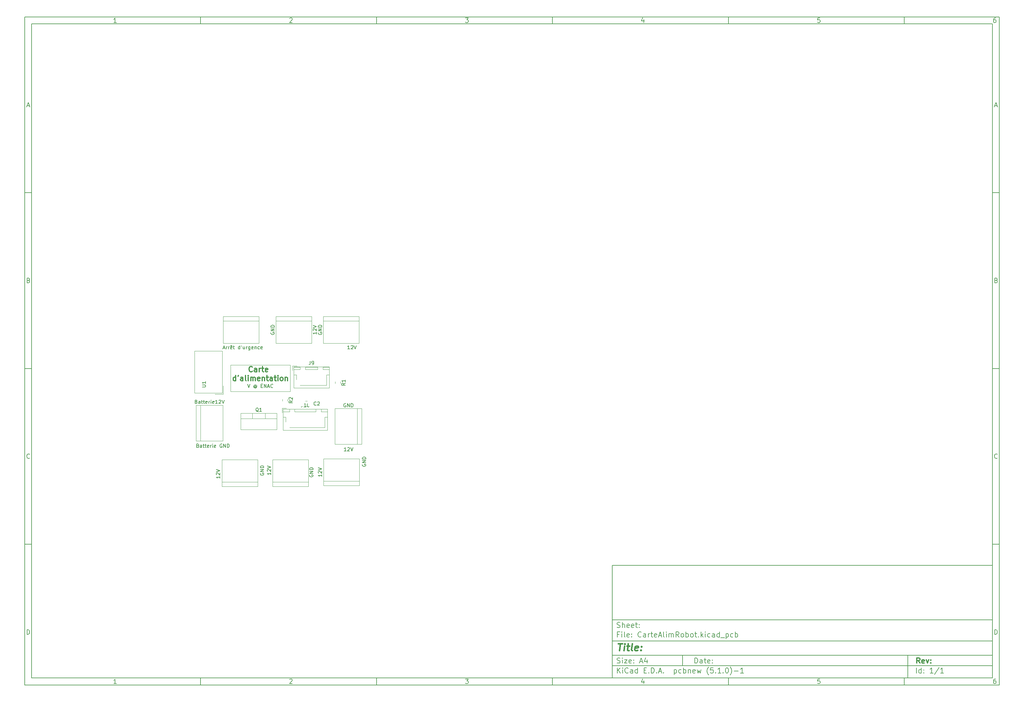
<source format=gto>
G04 #@! TF.GenerationSoftware,KiCad,Pcbnew,(5.1.0)-1*
G04 #@! TF.CreationDate,2021-10-29T22:54:01+02:00*
G04 #@! TF.ProjectId,CarteAlimRobot,43617274-6541-46c6-996d-526f626f742e,rev?*
G04 #@! TF.SameCoordinates,Original*
G04 #@! TF.FileFunction,Legend,Top*
G04 #@! TF.FilePolarity,Positive*
%FSLAX46Y46*%
G04 Gerber Fmt 4.6, Leading zero omitted, Abs format (unit mm)*
G04 Created by KiCad (PCBNEW (5.1.0)-1) date 2021-10-29 22:54:01*
%MOMM*%
%LPD*%
G04 APERTURE LIST*
%ADD10C,0.100000*%
%ADD11C,0.150000*%
%ADD12C,0.300000*%
%ADD13C,0.400000*%
%ADD14C,0.120000*%
%ADD15C,1.700000*%
%ADD16O,1.700000X1.950000*%
%ADD17C,1.200000*%
%ADD18C,3.200000*%
%ADD19R,2.500000X1.500000*%
%ADD20O,2.500000X1.500000*%
%ADD21R,3.000000X3.000000*%
%ADD22C,3.000000*%
%ADD23R,1.905000X2.000000*%
%ADD24O,1.905000X2.000000*%
%ADD25C,1.000000*%
%ADD26C,1.025000*%
G04 APERTURE END LIST*
D10*
D11*
X177002200Y-166007200D02*
X177002200Y-198007200D01*
X285002200Y-198007200D01*
X285002200Y-166007200D01*
X177002200Y-166007200D01*
D10*
D11*
X10000000Y-10000000D02*
X10000000Y-200007200D01*
X287002200Y-200007200D01*
X287002200Y-10000000D01*
X10000000Y-10000000D01*
D10*
D11*
X12000000Y-12000000D02*
X12000000Y-198007200D01*
X285002200Y-198007200D01*
X285002200Y-12000000D01*
X12000000Y-12000000D01*
D10*
D11*
X60000000Y-12000000D02*
X60000000Y-10000000D01*
D10*
D11*
X110000000Y-12000000D02*
X110000000Y-10000000D01*
D10*
D11*
X160000000Y-12000000D02*
X160000000Y-10000000D01*
D10*
D11*
X210000000Y-12000000D02*
X210000000Y-10000000D01*
D10*
D11*
X260000000Y-12000000D02*
X260000000Y-10000000D01*
D10*
D11*
X36065476Y-11588095D02*
X35322619Y-11588095D01*
X35694047Y-11588095D02*
X35694047Y-10288095D01*
X35570238Y-10473809D01*
X35446428Y-10597619D01*
X35322619Y-10659523D01*
D10*
D11*
X85322619Y-10411904D02*
X85384523Y-10350000D01*
X85508333Y-10288095D01*
X85817857Y-10288095D01*
X85941666Y-10350000D01*
X86003571Y-10411904D01*
X86065476Y-10535714D01*
X86065476Y-10659523D01*
X86003571Y-10845238D01*
X85260714Y-11588095D01*
X86065476Y-11588095D01*
D10*
D11*
X135260714Y-10288095D02*
X136065476Y-10288095D01*
X135632142Y-10783333D01*
X135817857Y-10783333D01*
X135941666Y-10845238D01*
X136003571Y-10907142D01*
X136065476Y-11030952D01*
X136065476Y-11340476D01*
X136003571Y-11464285D01*
X135941666Y-11526190D01*
X135817857Y-11588095D01*
X135446428Y-11588095D01*
X135322619Y-11526190D01*
X135260714Y-11464285D01*
D10*
D11*
X185941666Y-10721428D02*
X185941666Y-11588095D01*
X185632142Y-10226190D02*
X185322619Y-11154761D01*
X186127380Y-11154761D01*
D10*
D11*
X236003571Y-10288095D02*
X235384523Y-10288095D01*
X235322619Y-10907142D01*
X235384523Y-10845238D01*
X235508333Y-10783333D01*
X235817857Y-10783333D01*
X235941666Y-10845238D01*
X236003571Y-10907142D01*
X236065476Y-11030952D01*
X236065476Y-11340476D01*
X236003571Y-11464285D01*
X235941666Y-11526190D01*
X235817857Y-11588095D01*
X235508333Y-11588095D01*
X235384523Y-11526190D01*
X235322619Y-11464285D01*
D10*
D11*
X285941666Y-10288095D02*
X285694047Y-10288095D01*
X285570238Y-10350000D01*
X285508333Y-10411904D01*
X285384523Y-10597619D01*
X285322619Y-10845238D01*
X285322619Y-11340476D01*
X285384523Y-11464285D01*
X285446428Y-11526190D01*
X285570238Y-11588095D01*
X285817857Y-11588095D01*
X285941666Y-11526190D01*
X286003571Y-11464285D01*
X286065476Y-11340476D01*
X286065476Y-11030952D01*
X286003571Y-10907142D01*
X285941666Y-10845238D01*
X285817857Y-10783333D01*
X285570238Y-10783333D01*
X285446428Y-10845238D01*
X285384523Y-10907142D01*
X285322619Y-11030952D01*
D10*
D11*
X60000000Y-198007200D02*
X60000000Y-200007200D01*
D10*
D11*
X110000000Y-198007200D02*
X110000000Y-200007200D01*
D10*
D11*
X160000000Y-198007200D02*
X160000000Y-200007200D01*
D10*
D11*
X210000000Y-198007200D02*
X210000000Y-200007200D01*
D10*
D11*
X260000000Y-198007200D02*
X260000000Y-200007200D01*
D10*
D11*
X36065476Y-199595295D02*
X35322619Y-199595295D01*
X35694047Y-199595295D02*
X35694047Y-198295295D01*
X35570238Y-198481009D01*
X35446428Y-198604819D01*
X35322619Y-198666723D01*
D10*
D11*
X85322619Y-198419104D02*
X85384523Y-198357200D01*
X85508333Y-198295295D01*
X85817857Y-198295295D01*
X85941666Y-198357200D01*
X86003571Y-198419104D01*
X86065476Y-198542914D01*
X86065476Y-198666723D01*
X86003571Y-198852438D01*
X85260714Y-199595295D01*
X86065476Y-199595295D01*
D10*
D11*
X135260714Y-198295295D02*
X136065476Y-198295295D01*
X135632142Y-198790533D01*
X135817857Y-198790533D01*
X135941666Y-198852438D01*
X136003571Y-198914342D01*
X136065476Y-199038152D01*
X136065476Y-199347676D01*
X136003571Y-199471485D01*
X135941666Y-199533390D01*
X135817857Y-199595295D01*
X135446428Y-199595295D01*
X135322619Y-199533390D01*
X135260714Y-199471485D01*
D10*
D11*
X185941666Y-198728628D02*
X185941666Y-199595295D01*
X185632142Y-198233390D02*
X185322619Y-199161961D01*
X186127380Y-199161961D01*
D10*
D11*
X236003571Y-198295295D02*
X235384523Y-198295295D01*
X235322619Y-198914342D01*
X235384523Y-198852438D01*
X235508333Y-198790533D01*
X235817857Y-198790533D01*
X235941666Y-198852438D01*
X236003571Y-198914342D01*
X236065476Y-199038152D01*
X236065476Y-199347676D01*
X236003571Y-199471485D01*
X235941666Y-199533390D01*
X235817857Y-199595295D01*
X235508333Y-199595295D01*
X235384523Y-199533390D01*
X235322619Y-199471485D01*
D10*
D11*
X285941666Y-198295295D02*
X285694047Y-198295295D01*
X285570238Y-198357200D01*
X285508333Y-198419104D01*
X285384523Y-198604819D01*
X285322619Y-198852438D01*
X285322619Y-199347676D01*
X285384523Y-199471485D01*
X285446428Y-199533390D01*
X285570238Y-199595295D01*
X285817857Y-199595295D01*
X285941666Y-199533390D01*
X286003571Y-199471485D01*
X286065476Y-199347676D01*
X286065476Y-199038152D01*
X286003571Y-198914342D01*
X285941666Y-198852438D01*
X285817857Y-198790533D01*
X285570238Y-198790533D01*
X285446428Y-198852438D01*
X285384523Y-198914342D01*
X285322619Y-199038152D01*
D10*
D11*
X10000000Y-60000000D02*
X12000000Y-60000000D01*
D10*
D11*
X10000000Y-110000000D02*
X12000000Y-110000000D01*
D10*
D11*
X10000000Y-160000000D02*
X12000000Y-160000000D01*
D10*
D11*
X10690476Y-35216666D02*
X11309523Y-35216666D01*
X10566666Y-35588095D02*
X11000000Y-34288095D01*
X11433333Y-35588095D01*
D10*
D11*
X11092857Y-84907142D02*
X11278571Y-84969047D01*
X11340476Y-85030952D01*
X11402380Y-85154761D01*
X11402380Y-85340476D01*
X11340476Y-85464285D01*
X11278571Y-85526190D01*
X11154761Y-85588095D01*
X10659523Y-85588095D01*
X10659523Y-84288095D01*
X11092857Y-84288095D01*
X11216666Y-84350000D01*
X11278571Y-84411904D01*
X11340476Y-84535714D01*
X11340476Y-84659523D01*
X11278571Y-84783333D01*
X11216666Y-84845238D01*
X11092857Y-84907142D01*
X10659523Y-84907142D01*
D10*
D11*
X11402380Y-135464285D02*
X11340476Y-135526190D01*
X11154761Y-135588095D01*
X11030952Y-135588095D01*
X10845238Y-135526190D01*
X10721428Y-135402380D01*
X10659523Y-135278571D01*
X10597619Y-135030952D01*
X10597619Y-134845238D01*
X10659523Y-134597619D01*
X10721428Y-134473809D01*
X10845238Y-134350000D01*
X11030952Y-134288095D01*
X11154761Y-134288095D01*
X11340476Y-134350000D01*
X11402380Y-134411904D01*
D10*
D11*
X10659523Y-185588095D02*
X10659523Y-184288095D01*
X10969047Y-184288095D01*
X11154761Y-184350000D01*
X11278571Y-184473809D01*
X11340476Y-184597619D01*
X11402380Y-184845238D01*
X11402380Y-185030952D01*
X11340476Y-185278571D01*
X11278571Y-185402380D01*
X11154761Y-185526190D01*
X10969047Y-185588095D01*
X10659523Y-185588095D01*
D10*
D11*
X287002200Y-60000000D02*
X285002200Y-60000000D01*
D10*
D11*
X287002200Y-110000000D02*
X285002200Y-110000000D01*
D10*
D11*
X287002200Y-160000000D02*
X285002200Y-160000000D01*
D10*
D11*
X285692676Y-35216666D02*
X286311723Y-35216666D01*
X285568866Y-35588095D02*
X286002200Y-34288095D01*
X286435533Y-35588095D01*
D10*
D11*
X286095057Y-84907142D02*
X286280771Y-84969047D01*
X286342676Y-85030952D01*
X286404580Y-85154761D01*
X286404580Y-85340476D01*
X286342676Y-85464285D01*
X286280771Y-85526190D01*
X286156961Y-85588095D01*
X285661723Y-85588095D01*
X285661723Y-84288095D01*
X286095057Y-84288095D01*
X286218866Y-84350000D01*
X286280771Y-84411904D01*
X286342676Y-84535714D01*
X286342676Y-84659523D01*
X286280771Y-84783333D01*
X286218866Y-84845238D01*
X286095057Y-84907142D01*
X285661723Y-84907142D01*
D10*
D11*
X286404580Y-135464285D02*
X286342676Y-135526190D01*
X286156961Y-135588095D01*
X286033152Y-135588095D01*
X285847438Y-135526190D01*
X285723628Y-135402380D01*
X285661723Y-135278571D01*
X285599819Y-135030952D01*
X285599819Y-134845238D01*
X285661723Y-134597619D01*
X285723628Y-134473809D01*
X285847438Y-134350000D01*
X286033152Y-134288095D01*
X286156961Y-134288095D01*
X286342676Y-134350000D01*
X286404580Y-134411904D01*
D10*
D11*
X285661723Y-185588095D02*
X285661723Y-184288095D01*
X285971247Y-184288095D01*
X286156961Y-184350000D01*
X286280771Y-184473809D01*
X286342676Y-184597619D01*
X286404580Y-184845238D01*
X286404580Y-185030952D01*
X286342676Y-185278571D01*
X286280771Y-185402380D01*
X286156961Y-185526190D01*
X285971247Y-185588095D01*
X285661723Y-185588095D01*
D10*
D11*
X200434342Y-193785771D02*
X200434342Y-192285771D01*
X200791485Y-192285771D01*
X201005771Y-192357200D01*
X201148628Y-192500057D01*
X201220057Y-192642914D01*
X201291485Y-192928628D01*
X201291485Y-193142914D01*
X201220057Y-193428628D01*
X201148628Y-193571485D01*
X201005771Y-193714342D01*
X200791485Y-193785771D01*
X200434342Y-193785771D01*
X202577200Y-193785771D02*
X202577200Y-193000057D01*
X202505771Y-192857200D01*
X202362914Y-192785771D01*
X202077200Y-192785771D01*
X201934342Y-192857200D01*
X202577200Y-193714342D02*
X202434342Y-193785771D01*
X202077200Y-193785771D01*
X201934342Y-193714342D01*
X201862914Y-193571485D01*
X201862914Y-193428628D01*
X201934342Y-193285771D01*
X202077200Y-193214342D01*
X202434342Y-193214342D01*
X202577200Y-193142914D01*
X203077200Y-192785771D02*
X203648628Y-192785771D01*
X203291485Y-192285771D02*
X203291485Y-193571485D01*
X203362914Y-193714342D01*
X203505771Y-193785771D01*
X203648628Y-193785771D01*
X204720057Y-193714342D02*
X204577200Y-193785771D01*
X204291485Y-193785771D01*
X204148628Y-193714342D01*
X204077200Y-193571485D01*
X204077200Y-193000057D01*
X204148628Y-192857200D01*
X204291485Y-192785771D01*
X204577200Y-192785771D01*
X204720057Y-192857200D01*
X204791485Y-193000057D01*
X204791485Y-193142914D01*
X204077200Y-193285771D01*
X205434342Y-193642914D02*
X205505771Y-193714342D01*
X205434342Y-193785771D01*
X205362914Y-193714342D01*
X205434342Y-193642914D01*
X205434342Y-193785771D01*
X205434342Y-192857200D02*
X205505771Y-192928628D01*
X205434342Y-193000057D01*
X205362914Y-192928628D01*
X205434342Y-192857200D01*
X205434342Y-193000057D01*
D10*
D11*
X177002200Y-194507200D02*
X285002200Y-194507200D01*
D10*
D11*
X178434342Y-196585771D02*
X178434342Y-195085771D01*
X179291485Y-196585771D02*
X178648628Y-195728628D01*
X179291485Y-195085771D02*
X178434342Y-195942914D01*
X179934342Y-196585771D02*
X179934342Y-195585771D01*
X179934342Y-195085771D02*
X179862914Y-195157200D01*
X179934342Y-195228628D01*
X180005771Y-195157200D01*
X179934342Y-195085771D01*
X179934342Y-195228628D01*
X181505771Y-196442914D02*
X181434342Y-196514342D01*
X181220057Y-196585771D01*
X181077200Y-196585771D01*
X180862914Y-196514342D01*
X180720057Y-196371485D01*
X180648628Y-196228628D01*
X180577200Y-195942914D01*
X180577200Y-195728628D01*
X180648628Y-195442914D01*
X180720057Y-195300057D01*
X180862914Y-195157200D01*
X181077200Y-195085771D01*
X181220057Y-195085771D01*
X181434342Y-195157200D01*
X181505771Y-195228628D01*
X182791485Y-196585771D02*
X182791485Y-195800057D01*
X182720057Y-195657200D01*
X182577200Y-195585771D01*
X182291485Y-195585771D01*
X182148628Y-195657200D01*
X182791485Y-196514342D02*
X182648628Y-196585771D01*
X182291485Y-196585771D01*
X182148628Y-196514342D01*
X182077200Y-196371485D01*
X182077200Y-196228628D01*
X182148628Y-196085771D01*
X182291485Y-196014342D01*
X182648628Y-196014342D01*
X182791485Y-195942914D01*
X184148628Y-196585771D02*
X184148628Y-195085771D01*
X184148628Y-196514342D02*
X184005771Y-196585771D01*
X183720057Y-196585771D01*
X183577200Y-196514342D01*
X183505771Y-196442914D01*
X183434342Y-196300057D01*
X183434342Y-195871485D01*
X183505771Y-195728628D01*
X183577200Y-195657200D01*
X183720057Y-195585771D01*
X184005771Y-195585771D01*
X184148628Y-195657200D01*
X186005771Y-195800057D02*
X186505771Y-195800057D01*
X186720057Y-196585771D02*
X186005771Y-196585771D01*
X186005771Y-195085771D01*
X186720057Y-195085771D01*
X187362914Y-196442914D02*
X187434342Y-196514342D01*
X187362914Y-196585771D01*
X187291485Y-196514342D01*
X187362914Y-196442914D01*
X187362914Y-196585771D01*
X188077200Y-196585771D02*
X188077200Y-195085771D01*
X188434342Y-195085771D01*
X188648628Y-195157200D01*
X188791485Y-195300057D01*
X188862914Y-195442914D01*
X188934342Y-195728628D01*
X188934342Y-195942914D01*
X188862914Y-196228628D01*
X188791485Y-196371485D01*
X188648628Y-196514342D01*
X188434342Y-196585771D01*
X188077200Y-196585771D01*
X189577200Y-196442914D02*
X189648628Y-196514342D01*
X189577200Y-196585771D01*
X189505771Y-196514342D01*
X189577200Y-196442914D01*
X189577200Y-196585771D01*
X190220057Y-196157200D02*
X190934342Y-196157200D01*
X190077200Y-196585771D02*
X190577200Y-195085771D01*
X191077200Y-196585771D01*
X191577200Y-196442914D02*
X191648628Y-196514342D01*
X191577200Y-196585771D01*
X191505771Y-196514342D01*
X191577200Y-196442914D01*
X191577200Y-196585771D01*
X194577200Y-195585771D02*
X194577200Y-197085771D01*
X194577200Y-195657200D02*
X194720057Y-195585771D01*
X195005771Y-195585771D01*
X195148628Y-195657200D01*
X195220057Y-195728628D01*
X195291485Y-195871485D01*
X195291485Y-196300057D01*
X195220057Y-196442914D01*
X195148628Y-196514342D01*
X195005771Y-196585771D01*
X194720057Y-196585771D01*
X194577200Y-196514342D01*
X196577200Y-196514342D02*
X196434342Y-196585771D01*
X196148628Y-196585771D01*
X196005771Y-196514342D01*
X195934342Y-196442914D01*
X195862914Y-196300057D01*
X195862914Y-195871485D01*
X195934342Y-195728628D01*
X196005771Y-195657200D01*
X196148628Y-195585771D01*
X196434342Y-195585771D01*
X196577200Y-195657200D01*
X197220057Y-196585771D02*
X197220057Y-195085771D01*
X197220057Y-195657200D02*
X197362914Y-195585771D01*
X197648628Y-195585771D01*
X197791485Y-195657200D01*
X197862914Y-195728628D01*
X197934342Y-195871485D01*
X197934342Y-196300057D01*
X197862914Y-196442914D01*
X197791485Y-196514342D01*
X197648628Y-196585771D01*
X197362914Y-196585771D01*
X197220057Y-196514342D01*
X198577200Y-195585771D02*
X198577200Y-196585771D01*
X198577200Y-195728628D02*
X198648628Y-195657200D01*
X198791485Y-195585771D01*
X199005771Y-195585771D01*
X199148628Y-195657200D01*
X199220057Y-195800057D01*
X199220057Y-196585771D01*
X200505771Y-196514342D02*
X200362914Y-196585771D01*
X200077200Y-196585771D01*
X199934342Y-196514342D01*
X199862914Y-196371485D01*
X199862914Y-195800057D01*
X199934342Y-195657200D01*
X200077200Y-195585771D01*
X200362914Y-195585771D01*
X200505771Y-195657200D01*
X200577200Y-195800057D01*
X200577200Y-195942914D01*
X199862914Y-196085771D01*
X201077200Y-195585771D02*
X201362914Y-196585771D01*
X201648628Y-195871485D01*
X201934342Y-196585771D01*
X202220057Y-195585771D01*
X204362914Y-197157200D02*
X204291485Y-197085771D01*
X204148628Y-196871485D01*
X204077200Y-196728628D01*
X204005771Y-196514342D01*
X203934342Y-196157200D01*
X203934342Y-195871485D01*
X204005771Y-195514342D01*
X204077200Y-195300057D01*
X204148628Y-195157200D01*
X204291485Y-194942914D01*
X204362914Y-194871485D01*
X205648628Y-195085771D02*
X204934342Y-195085771D01*
X204862914Y-195800057D01*
X204934342Y-195728628D01*
X205077200Y-195657200D01*
X205434342Y-195657200D01*
X205577200Y-195728628D01*
X205648628Y-195800057D01*
X205720057Y-195942914D01*
X205720057Y-196300057D01*
X205648628Y-196442914D01*
X205577200Y-196514342D01*
X205434342Y-196585771D01*
X205077200Y-196585771D01*
X204934342Y-196514342D01*
X204862914Y-196442914D01*
X206362914Y-196442914D02*
X206434342Y-196514342D01*
X206362914Y-196585771D01*
X206291485Y-196514342D01*
X206362914Y-196442914D01*
X206362914Y-196585771D01*
X207862914Y-196585771D02*
X207005771Y-196585771D01*
X207434342Y-196585771D02*
X207434342Y-195085771D01*
X207291485Y-195300057D01*
X207148628Y-195442914D01*
X207005771Y-195514342D01*
X208505771Y-196442914D02*
X208577200Y-196514342D01*
X208505771Y-196585771D01*
X208434342Y-196514342D01*
X208505771Y-196442914D01*
X208505771Y-196585771D01*
X209505771Y-195085771D02*
X209648628Y-195085771D01*
X209791485Y-195157200D01*
X209862914Y-195228628D01*
X209934342Y-195371485D01*
X210005771Y-195657200D01*
X210005771Y-196014342D01*
X209934342Y-196300057D01*
X209862914Y-196442914D01*
X209791485Y-196514342D01*
X209648628Y-196585771D01*
X209505771Y-196585771D01*
X209362914Y-196514342D01*
X209291485Y-196442914D01*
X209220057Y-196300057D01*
X209148628Y-196014342D01*
X209148628Y-195657200D01*
X209220057Y-195371485D01*
X209291485Y-195228628D01*
X209362914Y-195157200D01*
X209505771Y-195085771D01*
X210505771Y-197157200D02*
X210577200Y-197085771D01*
X210720057Y-196871485D01*
X210791485Y-196728628D01*
X210862914Y-196514342D01*
X210934342Y-196157200D01*
X210934342Y-195871485D01*
X210862914Y-195514342D01*
X210791485Y-195300057D01*
X210720057Y-195157200D01*
X210577200Y-194942914D01*
X210505771Y-194871485D01*
X211648628Y-196014342D02*
X212791485Y-196014342D01*
X214291485Y-196585771D02*
X213434342Y-196585771D01*
X213862914Y-196585771D02*
X213862914Y-195085771D01*
X213720057Y-195300057D01*
X213577200Y-195442914D01*
X213434342Y-195514342D01*
D10*
D11*
X177002200Y-191507200D02*
X285002200Y-191507200D01*
D10*
D12*
X264411485Y-193785771D02*
X263911485Y-193071485D01*
X263554342Y-193785771D02*
X263554342Y-192285771D01*
X264125771Y-192285771D01*
X264268628Y-192357200D01*
X264340057Y-192428628D01*
X264411485Y-192571485D01*
X264411485Y-192785771D01*
X264340057Y-192928628D01*
X264268628Y-193000057D01*
X264125771Y-193071485D01*
X263554342Y-193071485D01*
X265625771Y-193714342D02*
X265482914Y-193785771D01*
X265197200Y-193785771D01*
X265054342Y-193714342D01*
X264982914Y-193571485D01*
X264982914Y-193000057D01*
X265054342Y-192857200D01*
X265197200Y-192785771D01*
X265482914Y-192785771D01*
X265625771Y-192857200D01*
X265697200Y-193000057D01*
X265697200Y-193142914D01*
X264982914Y-193285771D01*
X266197200Y-192785771D02*
X266554342Y-193785771D01*
X266911485Y-192785771D01*
X267482914Y-193642914D02*
X267554342Y-193714342D01*
X267482914Y-193785771D01*
X267411485Y-193714342D01*
X267482914Y-193642914D01*
X267482914Y-193785771D01*
X267482914Y-192857200D02*
X267554342Y-192928628D01*
X267482914Y-193000057D01*
X267411485Y-192928628D01*
X267482914Y-192857200D01*
X267482914Y-193000057D01*
D10*
D11*
X178362914Y-193714342D02*
X178577200Y-193785771D01*
X178934342Y-193785771D01*
X179077200Y-193714342D01*
X179148628Y-193642914D01*
X179220057Y-193500057D01*
X179220057Y-193357200D01*
X179148628Y-193214342D01*
X179077200Y-193142914D01*
X178934342Y-193071485D01*
X178648628Y-193000057D01*
X178505771Y-192928628D01*
X178434342Y-192857200D01*
X178362914Y-192714342D01*
X178362914Y-192571485D01*
X178434342Y-192428628D01*
X178505771Y-192357200D01*
X178648628Y-192285771D01*
X179005771Y-192285771D01*
X179220057Y-192357200D01*
X179862914Y-193785771D02*
X179862914Y-192785771D01*
X179862914Y-192285771D02*
X179791485Y-192357200D01*
X179862914Y-192428628D01*
X179934342Y-192357200D01*
X179862914Y-192285771D01*
X179862914Y-192428628D01*
X180434342Y-192785771D02*
X181220057Y-192785771D01*
X180434342Y-193785771D01*
X181220057Y-193785771D01*
X182362914Y-193714342D02*
X182220057Y-193785771D01*
X181934342Y-193785771D01*
X181791485Y-193714342D01*
X181720057Y-193571485D01*
X181720057Y-193000057D01*
X181791485Y-192857200D01*
X181934342Y-192785771D01*
X182220057Y-192785771D01*
X182362914Y-192857200D01*
X182434342Y-193000057D01*
X182434342Y-193142914D01*
X181720057Y-193285771D01*
X183077200Y-193642914D02*
X183148628Y-193714342D01*
X183077200Y-193785771D01*
X183005771Y-193714342D01*
X183077200Y-193642914D01*
X183077200Y-193785771D01*
X183077200Y-192857200D02*
X183148628Y-192928628D01*
X183077200Y-193000057D01*
X183005771Y-192928628D01*
X183077200Y-192857200D01*
X183077200Y-193000057D01*
X184862914Y-193357200D02*
X185577200Y-193357200D01*
X184720057Y-193785771D02*
X185220057Y-192285771D01*
X185720057Y-193785771D01*
X186862914Y-192785771D02*
X186862914Y-193785771D01*
X186505771Y-192214342D02*
X186148628Y-193285771D01*
X187077200Y-193285771D01*
D10*
D11*
X263434342Y-196585771D02*
X263434342Y-195085771D01*
X264791485Y-196585771D02*
X264791485Y-195085771D01*
X264791485Y-196514342D02*
X264648628Y-196585771D01*
X264362914Y-196585771D01*
X264220057Y-196514342D01*
X264148628Y-196442914D01*
X264077200Y-196300057D01*
X264077200Y-195871485D01*
X264148628Y-195728628D01*
X264220057Y-195657200D01*
X264362914Y-195585771D01*
X264648628Y-195585771D01*
X264791485Y-195657200D01*
X265505771Y-196442914D02*
X265577200Y-196514342D01*
X265505771Y-196585771D01*
X265434342Y-196514342D01*
X265505771Y-196442914D01*
X265505771Y-196585771D01*
X265505771Y-195657200D02*
X265577200Y-195728628D01*
X265505771Y-195800057D01*
X265434342Y-195728628D01*
X265505771Y-195657200D01*
X265505771Y-195800057D01*
X268148628Y-196585771D02*
X267291485Y-196585771D01*
X267720057Y-196585771D02*
X267720057Y-195085771D01*
X267577200Y-195300057D01*
X267434342Y-195442914D01*
X267291485Y-195514342D01*
X269862914Y-195014342D02*
X268577200Y-196942914D01*
X271148628Y-196585771D02*
X270291485Y-196585771D01*
X270720057Y-196585771D02*
X270720057Y-195085771D01*
X270577200Y-195300057D01*
X270434342Y-195442914D01*
X270291485Y-195514342D01*
D10*
D11*
X177002200Y-187507200D02*
X285002200Y-187507200D01*
D10*
D13*
X178714580Y-188211961D02*
X179857438Y-188211961D01*
X179036009Y-190211961D02*
X179286009Y-188211961D01*
X180274104Y-190211961D02*
X180440771Y-188878628D01*
X180524104Y-188211961D02*
X180416961Y-188307200D01*
X180500295Y-188402438D01*
X180607438Y-188307200D01*
X180524104Y-188211961D01*
X180500295Y-188402438D01*
X181107438Y-188878628D02*
X181869342Y-188878628D01*
X181476485Y-188211961D02*
X181262200Y-189926247D01*
X181333628Y-190116723D01*
X181512200Y-190211961D01*
X181702676Y-190211961D01*
X182655057Y-190211961D02*
X182476485Y-190116723D01*
X182405057Y-189926247D01*
X182619342Y-188211961D01*
X184190771Y-190116723D02*
X183988390Y-190211961D01*
X183607438Y-190211961D01*
X183428866Y-190116723D01*
X183357438Y-189926247D01*
X183452676Y-189164342D01*
X183571723Y-188973866D01*
X183774104Y-188878628D01*
X184155057Y-188878628D01*
X184333628Y-188973866D01*
X184405057Y-189164342D01*
X184381247Y-189354819D01*
X183405057Y-189545295D01*
X185155057Y-190021485D02*
X185238390Y-190116723D01*
X185131247Y-190211961D01*
X185047914Y-190116723D01*
X185155057Y-190021485D01*
X185131247Y-190211961D01*
X185286009Y-188973866D02*
X185369342Y-189069104D01*
X185262200Y-189164342D01*
X185178866Y-189069104D01*
X185286009Y-188973866D01*
X185262200Y-189164342D01*
D10*
D11*
X178934342Y-185600057D02*
X178434342Y-185600057D01*
X178434342Y-186385771D02*
X178434342Y-184885771D01*
X179148628Y-184885771D01*
X179720057Y-186385771D02*
X179720057Y-185385771D01*
X179720057Y-184885771D02*
X179648628Y-184957200D01*
X179720057Y-185028628D01*
X179791485Y-184957200D01*
X179720057Y-184885771D01*
X179720057Y-185028628D01*
X180648628Y-186385771D02*
X180505771Y-186314342D01*
X180434342Y-186171485D01*
X180434342Y-184885771D01*
X181791485Y-186314342D02*
X181648628Y-186385771D01*
X181362914Y-186385771D01*
X181220057Y-186314342D01*
X181148628Y-186171485D01*
X181148628Y-185600057D01*
X181220057Y-185457200D01*
X181362914Y-185385771D01*
X181648628Y-185385771D01*
X181791485Y-185457200D01*
X181862914Y-185600057D01*
X181862914Y-185742914D01*
X181148628Y-185885771D01*
X182505771Y-186242914D02*
X182577200Y-186314342D01*
X182505771Y-186385771D01*
X182434342Y-186314342D01*
X182505771Y-186242914D01*
X182505771Y-186385771D01*
X182505771Y-185457200D02*
X182577200Y-185528628D01*
X182505771Y-185600057D01*
X182434342Y-185528628D01*
X182505771Y-185457200D01*
X182505771Y-185600057D01*
X185220057Y-186242914D02*
X185148628Y-186314342D01*
X184934342Y-186385771D01*
X184791485Y-186385771D01*
X184577200Y-186314342D01*
X184434342Y-186171485D01*
X184362914Y-186028628D01*
X184291485Y-185742914D01*
X184291485Y-185528628D01*
X184362914Y-185242914D01*
X184434342Y-185100057D01*
X184577200Y-184957200D01*
X184791485Y-184885771D01*
X184934342Y-184885771D01*
X185148628Y-184957200D01*
X185220057Y-185028628D01*
X186505771Y-186385771D02*
X186505771Y-185600057D01*
X186434342Y-185457200D01*
X186291485Y-185385771D01*
X186005771Y-185385771D01*
X185862914Y-185457200D01*
X186505771Y-186314342D02*
X186362914Y-186385771D01*
X186005771Y-186385771D01*
X185862914Y-186314342D01*
X185791485Y-186171485D01*
X185791485Y-186028628D01*
X185862914Y-185885771D01*
X186005771Y-185814342D01*
X186362914Y-185814342D01*
X186505771Y-185742914D01*
X187220057Y-186385771D02*
X187220057Y-185385771D01*
X187220057Y-185671485D02*
X187291485Y-185528628D01*
X187362914Y-185457200D01*
X187505771Y-185385771D01*
X187648628Y-185385771D01*
X187934342Y-185385771D02*
X188505771Y-185385771D01*
X188148628Y-184885771D02*
X188148628Y-186171485D01*
X188220057Y-186314342D01*
X188362914Y-186385771D01*
X188505771Y-186385771D01*
X189577200Y-186314342D02*
X189434342Y-186385771D01*
X189148628Y-186385771D01*
X189005771Y-186314342D01*
X188934342Y-186171485D01*
X188934342Y-185600057D01*
X189005771Y-185457200D01*
X189148628Y-185385771D01*
X189434342Y-185385771D01*
X189577200Y-185457200D01*
X189648628Y-185600057D01*
X189648628Y-185742914D01*
X188934342Y-185885771D01*
X190220057Y-185957200D02*
X190934342Y-185957200D01*
X190077200Y-186385771D02*
X190577200Y-184885771D01*
X191077200Y-186385771D01*
X191791485Y-186385771D02*
X191648628Y-186314342D01*
X191577200Y-186171485D01*
X191577200Y-184885771D01*
X192362914Y-186385771D02*
X192362914Y-185385771D01*
X192362914Y-184885771D02*
X192291485Y-184957200D01*
X192362914Y-185028628D01*
X192434342Y-184957200D01*
X192362914Y-184885771D01*
X192362914Y-185028628D01*
X193077200Y-186385771D02*
X193077200Y-185385771D01*
X193077200Y-185528628D02*
X193148628Y-185457200D01*
X193291485Y-185385771D01*
X193505771Y-185385771D01*
X193648628Y-185457200D01*
X193720057Y-185600057D01*
X193720057Y-186385771D01*
X193720057Y-185600057D02*
X193791485Y-185457200D01*
X193934342Y-185385771D01*
X194148628Y-185385771D01*
X194291485Y-185457200D01*
X194362914Y-185600057D01*
X194362914Y-186385771D01*
X195934342Y-186385771D02*
X195434342Y-185671485D01*
X195077200Y-186385771D02*
X195077200Y-184885771D01*
X195648628Y-184885771D01*
X195791485Y-184957200D01*
X195862914Y-185028628D01*
X195934342Y-185171485D01*
X195934342Y-185385771D01*
X195862914Y-185528628D01*
X195791485Y-185600057D01*
X195648628Y-185671485D01*
X195077200Y-185671485D01*
X196791485Y-186385771D02*
X196648628Y-186314342D01*
X196577200Y-186242914D01*
X196505771Y-186100057D01*
X196505771Y-185671485D01*
X196577200Y-185528628D01*
X196648628Y-185457200D01*
X196791485Y-185385771D01*
X197005771Y-185385771D01*
X197148628Y-185457200D01*
X197220057Y-185528628D01*
X197291485Y-185671485D01*
X197291485Y-186100057D01*
X197220057Y-186242914D01*
X197148628Y-186314342D01*
X197005771Y-186385771D01*
X196791485Y-186385771D01*
X197934342Y-186385771D02*
X197934342Y-184885771D01*
X197934342Y-185457200D02*
X198077200Y-185385771D01*
X198362914Y-185385771D01*
X198505771Y-185457200D01*
X198577200Y-185528628D01*
X198648628Y-185671485D01*
X198648628Y-186100057D01*
X198577200Y-186242914D01*
X198505771Y-186314342D01*
X198362914Y-186385771D01*
X198077200Y-186385771D01*
X197934342Y-186314342D01*
X199505771Y-186385771D02*
X199362914Y-186314342D01*
X199291485Y-186242914D01*
X199220057Y-186100057D01*
X199220057Y-185671485D01*
X199291485Y-185528628D01*
X199362914Y-185457200D01*
X199505771Y-185385771D01*
X199720057Y-185385771D01*
X199862914Y-185457200D01*
X199934342Y-185528628D01*
X200005771Y-185671485D01*
X200005771Y-186100057D01*
X199934342Y-186242914D01*
X199862914Y-186314342D01*
X199720057Y-186385771D01*
X199505771Y-186385771D01*
X200434342Y-185385771D02*
X201005771Y-185385771D01*
X200648628Y-184885771D02*
X200648628Y-186171485D01*
X200720057Y-186314342D01*
X200862914Y-186385771D01*
X201005771Y-186385771D01*
X201505771Y-186242914D02*
X201577200Y-186314342D01*
X201505771Y-186385771D01*
X201434342Y-186314342D01*
X201505771Y-186242914D01*
X201505771Y-186385771D01*
X202220057Y-186385771D02*
X202220057Y-184885771D01*
X202362914Y-185814342D02*
X202791485Y-186385771D01*
X202791485Y-185385771D02*
X202220057Y-185957200D01*
X203434342Y-186385771D02*
X203434342Y-185385771D01*
X203434342Y-184885771D02*
X203362914Y-184957200D01*
X203434342Y-185028628D01*
X203505771Y-184957200D01*
X203434342Y-184885771D01*
X203434342Y-185028628D01*
X204791485Y-186314342D02*
X204648628Y-186385771D01*
X204362914Y-186385771D01*
X204220057Y-186314342D01*
X204148628Y-186242914D01*
X204077200Y-186100057D01*
X204077200Y-185671485D01*
X204148628Y-185528628D01*
X204220057Y-185457200D01*
X204362914Y-185385771D01*
X204648628Y-185385771D01*
X204791485Y-185457200D01*
X206077200Y-186385771D02*
X206077200Y-185600057D01*
X206005771Y-185457200D01*
X205862914Y-185385771D01*
X205577200Y-185385771D01*
X205434342Y-185457200D01*
X206077200Y-186314342D02*
X205934342Y-186385771D01*
X205577200Y-186385771D01*
X205434342Y-186314342D01*
X205362914Y-186171485D01*
X205362914Y-186028628D01*
X205434342Y-185885771D01*
X205577200Y-185814342D01*
X205934342Y-185814342D01*
X206077200Y-185742914D01*
X207434342Y-186385771D02*
X207434342Y-184885771D01*
X207434342Y-186314342D02*
X207291485Y-186385771D01*
X207005771Y-186385771D01*
X206862914Y-186314342D01*
X206791485Y-186242914D01*
X206720057Y-186100057D01*
X206720057Y-185671485D01*
X206791485Y-185528628D01*
X206862914Y-185457200D01*
X207005771Y-185385771D01*
X207291485Y-185385771D01*
X207434342Y-185457200D01*
X207791485Y-186528628D02*
X208934342Y-186528628D01*
X209291485Y-185385771D02*
X209291485Y-186885771D01*
X209291485Y-185457200D02*
X209434342Y-185385771D01*
X209720057Y-185385771D01*
X209862914Y-185457200D01*
X209934342Y-185528628D01*
X210005771Y-185671485D01*
X210005771Y-186100057D01*
X209934342Y-186242914D01*
X209862914Y-186314342D01*
X209720057Y-186385771D01*
X209434342Y-186385771D01*
X209291485Y-186314342D01*
X211291485Y-186314342D02*
X211148628Y-186385771D01*
X210862914Y-186385771D01*
X210720057Y-186314342D01*
X210648628Y-186242914D01*
X210577200Y-186100057D01*
X210577200Y-185671485D01*
X210648628Y-185528628D01*
X210720057Y-185457200D01*
X210862914Y-185385771D01*
X211148628Y-185385771D01*
X211291485Y-185457200D01*
X211934342Y-186385771D02*
X211934342Y-184885771D01*
X211934342Y-185457200D02*
X212077200Y-185385771D01*
X212362914Y-185385771D01*
X212505771Y-185457200D01*
X212577200Y-185528628D01*
X212648628Y-185671485D01*
X212648628Y-186100057D01*
X212577200Y-186242914D01*
X212505771Y-186314342D01*
X212362914Y-186385771D01*
X212077200Y-186385771D01*
X211934342Y-186314342D01*
D10*
D11*
X177002200Y-181507200D02*
X285002200Y-181507200D01*
D10*
D11*
X178362914Y-183614342D02*
X178577200Y-183685771D01*
X178934342Y-183685771D01*
X179077200Y-183614342D01*
X179148628Y-183542914D01*
X179220057Y-183400057D01*
X179220057Y-183257200D01*
X179148628Y-183114342D01*
X179077200Y-183042914D01*
X178934342Y-182971485D01*
X178648628Y-182900057D01*
X178505771Y-182828628D01*
X178434342Y-182757200D01*
X178362914Y-182614342D01*
X178362914Y-182471485D01*
X178434342Y-182328628D01*
X178505771Y-182257200D01*
X178648628Y-182185771D01*
X179005771Y-182185771D01*
X179220057Y-182257200D01*
X179862914Y-183685771D02*
X179862914Y-182185771D01*
X180505771Y-183685771D02*
X180505771Y-182900057D01*
X180434342Y-182757200D01*
X180291485Y-182685771D01*
X180077200Y-182685771D01*
X179934342Y-182757200D01*
X179862914Y-182828628D01*
X181791485Y-183614342D02*
X181648628Y-183685771D01*
X181362914Y-183685771D01*
X181220057Y-183614342D01*
X181148628Y-183471485D01*
X181148628Y-182900057D01*
X181220057Y-182757200D01*
X181362914Y-182685771D01*
X181648628Y-182685771D01*
X181791485Y-182757200D01*
X181862914Y-182900057D01*
X181862914Y-183042914D01*
X181148628Y-183185771D01*
X183077200Y-183614342D02*
X182934342Y-183685771D01*
X182648628Y-183685771D01*
X182505771Y-183614342D01*
X182434342Y-183471485D01*
X182434342Y-182900057D01*
X182505771Y-182757200D01*
X182648628Y-182685771D01*
X182934342Y-182685771D01*
X183077200Y-182757200D01*
X183148628Y-182900057D01*
X183148628Y-183042914D01*
X182434342Y-183185771D01*
X183577200Y-182685771D02*
X184148628Y-182685771D01*
X183791485Y-182185771D02*
X183791485Y-183471485D01*
X183862914Y-183614342D01*
X184005771Y-183685771D01*
X184148628Y-183685771D01*
X184648628Y-183542914D02*
X184720057Y-183614342D01*
X184648628Y-183685771D01*
X184577200Y-183614342D01*
X184648628Y-183542914D01*
X184648628Y-183685771D01*
X184648628Y-182757200D02*
X184720057Y-182828628D01*
X184648628Y-182900057D01*
X184577200Y-182828628D01*
X184648628Y-182757200D01*
X184648628Y-182900057D01*
D10*
D11*
X197002200Y-191507200D02*
X197002200Y-194507200D01*
D10*
D11*
X261002200Y-191507200D02*
X261002200Y-198007200D01*
D14*
X68500000Y-116500000D02*
X68500000Y-109000000D01*
X85500000Y-116500000D02*
X68500000Y-116500000D01*
X85500000Y-109000000D02*
X85500000Y-116500000D01*
X68500000Y-109000000D02*
X85500000Y-109000000D01*
D11*
X73357142Y-114452380D02*
X73690476Y-115452380D01*
X74023809Y-114452380D01*
X75738095Y-114976190D02*
X75690476Y-114928571D01*
X75595238Y-114880952D01*
X75500000Y-114880952D01*
X75404761Y-114928571D01*
X75357142Y-114976190D01*
X75309523Y-115071428D01*
X75309523Y-115166666D01*
X75357142Y-115261904D01*
X75404761Y-115309523D01*
X75500000Y-115357142D01*
X75595238Y-115357142D01*
X75690476Y-115309523D01*
X75738095Y-115261904D01*
X75738095Y-114880952D02*
X75738095Y-115261904D01*
X75785714Y-115309523D01*
X75833333Y-115309523D01*
X75928571Y-115261904D01*
X75976190Y-115166666D01*
X75976190Y-114928571D01*
X75880952Y-114785714D01*
X75738095Y-114690476D01*
X75547619Y-114642857D01*
X75357142Y-114690476D01*
X75214285Y-114785714D01*
X75119047Y-114928571D01*
X75071428Y-115119047D01*
X75119047Y-115309523D01*
X75214285Y-115452380D01*
X75357142Y-115547619D01*
X75547619Y-115595238D01*
X75738095Y-115547619D01*
X75880952Y-115452380D01*
X77166666Y-114928571D02*
X77500000Y-114928571D01*
X77642857Y-115452380D02*
X77166666Y-115452380D01*
X77166666Y-114452380D01*
X77642857Y-114452380D01*
X78071428Y-115452380D02*
X78071428Y-114452380D01*
X78642857Y-115452380D01*
X78642857Y-114452380D01*
X79071428Y-115166666D02*
X79547619Y-115166666D01*
X78976190Y-115452380D02*
X79309523Y-114452380D01*
X79642857Y-115452380D01*
X80547619Y-115357142D02*
X80500000Y-115404761D01*
X80357142Y-115452380D01*
X80261904Y-115452380D01*
X80119047Y-115404761D01*
X80023809Y-115309523D01*
X79976190Y-115214285D01*
X79928571Y-115023809D01*
X79928571Y-114880952D01*
X79976190Y-114690476D01*
X80023809Y-114595238D01*
X80119047Y-114500000D01*
X80261904Y-114452380D01*
X80357142Y-114452380D01*
X80500000Y-114500000D01*
X80547619Y-114547619D01*
X66404761Y-104166666D02*
X66880952Y-104166666D01*
X66309523Y-104452380D02*
X66642857Y-103452380D01*
X66976190Y-104452380D01*
X67309523Y-104452380D02*
X67309523Y-103785714D01*
X67309523Y-103976190D02*
X67357142Y-103880952D01*
X67404761Y-103833333D01*
X67500000Y-103785714D01*
X67595238Y-103785714D01*
X67928571Y-104452380D02*
X67928571Y-103785714D01*
X67928571Y-103976190D02*
X67976190Y-103880952D01*
X68023809Y-103833333D01*
X68119047Y-103785714D01*
X68214285Y-103785714D01*
X68928571Y-104404761D02*
X68833333Y-104452380D01*
X68642857Y-104452380D01*
X68547619Y-104404761D01*
X68500000Y-104309523D01*
X68500000Y-103928571D01*
X68547619Y-103833333D01*
X68642857Y-103785714D01*
X68833333Y-103785714D01*
X68928571Y-103833333D01*
X68976190Y-103928571D01*
X68976190Y-104023809D01*
X68500000Y-104119047D01*
X68547619Y-103547619D02*
X68738095Y-103404761D01*
X68928571Y-103547619D01*
X69261904Y-103785714D02*
X69642857Y-103785714D01*
X69404761Y-103452380D02*
X69404761Y-104309523D01*
X69452380Y-104404761D01*
X69547619Y-104452380D01*
X69642857Y-104452380D01*
X71166666Y-104452380D02*
X71166666Y-103452380D01*
X71166666Y-104404761D02*
X71071428Y-104452380D01*
X70880952Y-104452380D01*
X70785714Y-104404761D01*
X70738095Y-104357142D01*
X70690476Y-104261904D01*
X70690476Y-103976190D01*
X70738095Y-103880952D01*
X70785714Y-103833333D01*
X70880952Y-103785714D01*
X71071428Y-103785714D01*
X71166666Y-103833333D01*
X71690476Y-103452380D02*
X71595238Y-103642857D01*
X72547619Y-103785714D02*
X72547619Y-104452380D01*
X72119047Y-103785714D02*
X72119047Y-104309523D01*
X72166666Y-104404761D01*
X72261904Y-104452380D01*
X72404761Y-104452380D01*
X72500000Y-104404761D01*
X72547619Y-104357142D01*
X73023809Y-104452380D02*
X73023809Y-103785714D01*
X73023809Y-103976190D02*
X73071428Y-103880952D01*
X73119047Y-103833333D01*
X73214285Y-103785714D01*
X73309523Y-103785714D01*
X74071428Y-103785714D02*
X74071428Y-104595238D01*
X74023809Y-104690476D01*
X73976190Y-104738095D01*
X73880952Y-104785714D01*
X73738095Y-104785714D01*
X73642857Y-104738095D01*
X74071428Y-104404761D02*
X73976190Y-104452380D01*
X73785714Y-104452380D01*
X73690476Y-104404761D01*
X73642857Y-104357142D01*
X73595238Y-104261904D01*
X73595238Y-103976190D01*
X73642857Y-103880952D01*
X73690476Y-103833333D01*
X73785714Y-103785714D01*
X73976190Y-103785714D01*
X74071428Y-103833333D01*
X74928571Y-104404761D02*
X74833333Y-104452380D01*
X74642857Y-104452380D01*
X74547619Y-104404761D01*
X74500000Y-104309523D01*
X74500000Y-103928571D01*
X74547619Y-103833333D01*
X74642857Y-103785714D01*
X74833333Y-103785714D01*
X74928571Y-103833333D01*
X74976190Y-103928571D01*
X74976190Y-104023809D01*
X74500000Y-104119047D01*
X75404761Y-103785714D02*
X75404761Y-104452380D01*
X75404761Y-103880952D02*
X75452380Y-103833333D01*
X75547619Y-103785714D01*
X75690476Y-103785714D01*
X75785714Y-103833333D01*
X75833333Y-103928571D01*
X75833333Y-104452380D01*
X76738095Y-104404761D02*
X76642857Y-104452380D01*
X76452380Y-104452380D01*
X76357142Y-104404761D01*
X76309523Y-104357142D01*
X76261904Y-104261904D01*
X76261904Y-103976190D01*
X76309523Y-103880952D01*
X76357142Y-103833333D01*
X76452380Y-103785714D01*
X76642857Y-103785714D01*
X76738095Y-103833333D01*
X77547619Y-104404761D02*
X77452380Y-104452380D01*
X77261904Y-104452380D01*
X77166666Y-104404761D01*
X77119047Y-104309523D01*
X77119047Y-103928571D01*
X77166666Y-103833333D01*
X77261904Y-103785714D01*
X77452380Y-103785714D01*
X77547619Y-103833333D01*
X77595238Y-103928571D01*
X77595238Y-104023809D01*
X77119047Y-104119047D01*
X80000000Y-99761904D02*
X79952380Y-99857142D01*
X79952380Y-100000000D01*
X80000000Y-100142857D01*
X80095238Y-100238095D01*
X80190476Y-100285714D01*
X80380952Y-100333333D01*
X80523809Y-100333333D01*
X80714285Y-100285714D01*
X80809523Y-100238095D01*
X80904761Y-100142857D01*
X80952380Y-100000000D01*
X80952380Y-99904761D01*
X80904761Y-99761904D01*
X80857142Y-99714285D01*
X80523809Y-99714285D01*
X80523809Y-99904761D01*
X80952380Y-99285714D02*
X79952380Y-99285714D01*
X80952380Y-98714285D01*
X79952380Y-98714285D01*
X80952380Y-98238095D02*
X79952380Y-98238095D01*
X79952380Y-98000000D01*
X80000000Y-97857142D01*
X80095238Y-97761904D01*
X80190476Y-97714285D01*
X80380952Y-97666666D01*
X80523809Y-97666666D01*
X80714285Y-97714285D01*
X80809523Y-97761904D01*
X80904761Y-97857142D01*
X80952380Y-98000000D01*
X80952380Y-98238095D01*
X93500000Y-99761904D02*
X93452380Y-99857142D01*
X93452380Y-100000000D01*
X93500000Y-100142857D01*
X93595238Y-100238095D01*
X93690476Y-100285714D01*
X93880952Y-100333333D01*
X94023809Y-100333333D01*
X94214285Y-100285714D01*
X94309523Y-100238095D01*
X94404761Y-100142857D01*
X94452380Y-100000000D01*
X94452380Y-99904761D01*
X94404761Y-99761904D01*
X94357142Y-99714285D01*
X94023809Y-99714285D01*
X94023809Y-99904761D01*
X94452380Y-99285714D02*
X93452380Y-99285714D01*
X94452380Y-98714285D01*
X93452380Y-98714285D01*
X94452380Y-98238095D02*
X93452380Y-98238095D01*
X93452380Y-98000000D01*
X93500000Y-97857142D01*
X93595238Y-97761904D01*
X93690476Y-97714285D01*
X93880952Y-97666666D01*
X94023809Y-97666666D01*
X94214285Y-97714285D01*
X94309523Y-97761904D01*
X94404761Y-97857142D01*
X94452380Y-98000000D01*
X94452380Y-98238095D01*
X101238095Y-120000000D02*
X101142857Y-119952380D01*
X101000000Y-119952380D01*
X100857142Y-120000000D01*
X100761904Y-120095238D01*
X100714285Y-120190476D01*
X100666666Y-120380952D01*
X100666666Y-120523809D01*
X100714285Y-120714285D01*
X100761904Y-120809523D01*
X100857142Y-120904761D01*
X101000000Y-120952380D01*
X101095238Y-120952380D01*
X101238095Y-120904761D01*
X101285714Y-120857142D01*
X101285714Y-120523809D01*
X101095238Y-120523809D01*
X101714285Y-120952380D02*
X101714285Y-119952380D01*
X102285714Y-120952380D01*
X102285714Y-119952380D01*
X102761904Y-120952380D02*
X102761904Y-119952380D01*
X103000000Y-119952380D01*
X103142857Y-120000000D01*
X103238095Y-120095238D01*
X103285714Y-120190476D01*
X103333333Y-120380952D01*
X103333333Y-120523809D01*
X103285714Y-120714285D01*
X103238095Y-120809523D01*
X103142857Y-120904761D01*
X103000000Y-120952380D01*
X102761904Y-120952380D01*
X106000000Y-137261904D02*
X105952380Y-137357142D01*
X105952380Y-137500000D01*
X106000000Y-137642857D01*
X106095238Y-137738095D01*
X106190476Y-137785714D01*
X106380952Y-137833333D01*
X106523809Y-137833333D01*
X106714285Y-137785714D01*
X106809523Y-137738095D01*
X106904761Y-137642857D01*
X106952380Y-137500000D01*
X106952380Y-137404761D01*
X106904761Y-137261904D01*
X106857142Y-137214285D01*
X106523809Y-137214285D01*
X106523809Y-137404761D01*
X106952380Y-136785714D02*
X105952380Y-136785714D01*
X106952380Y-136214285D01*
X105952380Y-136214285D01*
X106952380Y-135738095D02*
X105952380Y-135738095D01*
X105952380Y-135500000D01*
X106000000Y-135357142D01*
X106095238Y-135261904D01*
X106190476Y-135214285D01*
X106380952Y-135166666D01*
X106523809Y-135166666D01*
X106714285Y-135214285D01*
X106809523Y-135261904D01*
X106904761Y-135357142D01*
X106952380Y-135500000D01*
X106952380Y-135738095D01*
X91000000Y-140261904D02*
X90952380Y-140357142D01*
X90952380Y-140500000D01*
X91000000Y-140642857D01*
X91095238Y-140738095D01*
X91190476Y-140785714D01*
X91380952Y-140833333D01*
X91523809Y-140833333D01*
X91714285Y-140785714D01*
X91809523Y-140738095D01*
X91904761Y-140642857D01*
X91952380Y-140500000D01*
X91952380Y-140404761D01*
X91904761Y-140261904D01*
X91857142Y-140214285D01*
X91523809Y-140214285D01*
X91523809Y-140404761D01*
X91952380Y-139785714D02*
X90952380Y-139785714D01*
X91952380Y-139214285D01*
X90952380Y-139214285D01*
X91952380Y-138738095D02*
X90952380Y-138738095D01*
X90952380Y-138500000D01*
X91000000Y-138357142D01*
X91095238Y-138261904D01*
X91190476Y-138214285D01*
X91380952Y-138166666D01*
X91523809Y-138166666D01*
X91714285Y-138214285D01*
X91809523Y-138261904D01*
X91904761Y-138357142D01*
X91952380Y-138500000D01*
X91952380Y-138738095D01*
X77000000Y-139761904D02*
X76952380Y-139857142D01*
X76952380Y-140000000D01*
X77000000Y-140142857D01*
X77095238Y-140238095D01*
X77190476Y-140285714D01*
X77380952Y-140333333D01*
X77523809Y-140333333D01*
X77714285Y-140285714D01*
X77809523Y-140238095D01*
X77904761Y-140142857D01*
X77952380Y-140000000D01*
X77952380Y-139904761D01*
X77904761Y-139761904D01*
X77857142Y-139714285D01*
X77523809Y-139714285D01*
X77523809Y-139904761D01*
X77952380Y-139285714D02*
X76952380Y-139285714D01*
X77952380Y-138714285D01*
X76952380Y-138714285D01*
X77952380Y-138238095D02*
X76952380Y-138238095D01*
X76952380Y-138000000D01*
X77000000Y-137857142D01*
X77095238Y-137761904D01*
X77190476Y-137714285D01*
X77380952Y-137666666D01*
X77523809Y-137666666D01*
X77714285Y-137714285D01*
X77809523Y-137761904D01*
X77904761Y-137857142D01*
X77952380Y-138000000D01*
X77952380Y-138238095D01*
X92952380Y-99619047D02*
X92952380Y-100190476D01*
X92952380Y-99904761D02*
X91952380Y-99904761D01*
X92095238Y-100000000D01*
X92190476Y-100095238D01*
X92238095Y-100190476D01*
X92047619Y-99238095D02*
X92000000Y-99190476D01*
X91952380Y-99095238D01*
X91952380Y-98857142D01*
X92000000Y-98761904D01*
X92047619Y-98714285D01*
X92142857Y-98666666D01*
X92238095Y-98666666D01*
X92380952Y-98714285D01*
X92952380Y-99285714D01*
X92952380Y-98666666D01*
X91952380Y-98380952D02*
X92952380Y-98047619D01*
X91952380Y-97714285D01*
X102380952Y-104452380D02*
X101809523Y-104452380D01*
X102095238Y-104452380D02*
X102095238Y-103452380D01*
X102000000Y-103595238D01*
X101904761Y-103690476D01*
X101809523Y-103738095D01*
X102761904Y-103547619D02*
X102809523Y-103500000D01*
X102904761Y-103452380D01*
X103142857Y-103452380D01*
X103238095Y-103500000D01*
X103285714Y-103547619D01*
X103333333Y-103642857D01*
X103333333Y-103738095D01*
X103285714Y-103880952D01*
X102714285Y-104452380D01*
X103333333Y-104452380D01*
X103619047Y-103452380D02*
X103952380Y-104452380D01*
X104285714Y-103452380D01*
X101380952Y-133452380D02*
X100809523Y-133452380D01*
X101095238Y-133452380D02*
X101095238Y-132452380D01*
X101000000Y-132595238D01*
X100904761Y-132690476D01*
X100809523Y-132738095D01*
X101761904Y-132547619D02*
X101809523Y-132500000D01*
X101904761Y-132452380D01*
X102142857Y-132452380D01*
X102238095Y-132500000D01*
X102285714Y-132547619D01*
X102333333Y-132642857D01*
X102333333Y-132738095D01*
X102285714Y-132880952D01*
X101714285Y-133452380D01*
X102333333Y-133452380D01*
X102619047Y-132452380D02*
X102952380Y-133452380D01*
X103285714Y-132452380D01*
X94452380Y-140119047D02*
X94452380Y-140690476D01*
X94452380Y-140404761D02*
X93452380Y-140404761D01*
X93595238Y-140500000D01*
X93690476Y-140595238D01*
X93738095Y-140690476D01*
X93547619Y-139738095D02*
X93500000Y-139690476D01*
X93452380Y-139595238D01*
X93452380Y-139357142D01*
X93500000Y-139261904D01*
X93547619Y-139214285D01*
X93642857Y-139166666D01*
X93738095Y-139166666D01*
X93880952Y-139214285D01*
X94452380Y-139785714D01*
X94452380Y-139166666D01*
X93452380Y-138880952D02*
X94452380Y-138547619D01*
X93452380Y-138214285D01*
X79952380Y-139619047D02*
X79952380Y-140190476D01*
X79952380Y-139904761D02*
X78952380Y-139904761D01*
X79095238Y-140000000D01*
X79190476Y-140095238D01*
X79238095Y-140190476D01*
X79047619Y-139238095D02*
X79000000Y-139190476D01*
X78952380Y-139095238D01*
X78952380Y-138857142D01*
X79000000Y-138761904D01*
X79047619Y-138714285D01*
X79142857Y-138666666D01*
X79238095Y-138666666D01*
X79380952Y-138714285D01*
X79952380Y-139285714D01*
X79952380Y-138666666D01*
X78952380Y-138380952D02*
X79952380Y-138047619D01*
X78952380Y-137714285D01*
X65452380Y-140619047D02*
X65452380Y-141190476D01*
X65452380Y-140904761D02*
X64452380Y-140904761D01*
X64595238Y-141000000D01*
X64690476Y-141095238D01*
X64738095Y-141190476D01*
X64547619Y-140238095D02*
X64500000Y-140190476D01*
X64452380Y-140095238D01*
X64452380Y-139857142D01*
X64500000Y-139761904D01*
X64547619Y-139714285D01*
X64642857Y-139666666D01*
X64738095Y-139666666D01*
X64880952Y-139714285D01*
X65452380Y-140285714D01*
X65452380Y-139666666D01*
X64452380Y-139380952D02*
X65452380Y-139047619D01*
X64452380Y-138714285D01*
X59238095Y-131928571D02*
X59380952Y-131976190D01*
X59428571Y-132023809D01*
X59476190Y-132119047D01*
X59476190Y-132261904D01*
X59428571Y-132357142D01*
X59380952Y-132404761D01*
X59285714Y-132452380D01*
X58904761Y-132452380D01*
X58904761Y-131452380D01*
X59238095Y-131452380D01*
X59333333Y-131500000D01*
X59380952Y-131547619D01*
X59428571Y-131642857D01*
X59428571Y-131738095D01*
X59380952Y-131833333D01*
X59333333Y-131880952D01*
X59238095Y-131928571D01*
X58904761Y-131928571D01*
X60333333Y-132452380D02*
X60333333Y-131928571D01*
X60285714Y-131833333D01*
X60190476Y-131785714D01*
X60000000Y-131785714D01*
X59904761Y-131833333D01*
X60333333Y-132404761D02*
X60238095Y-132452380D01*
X60000000Y-132452380D01*
X59904761Y-132404761D01*
X59857142Y-132309523D01*
X59857142Y-132214285D01*
X59904761Y-132119047D01*
X60000000Y-132071428D01*
X60238095Y-132071428D01*
X60333333Y-132023809D01*
X60666666Y-131785714D02*
X61047619Y-131785714D01*
X60809523Y-131452380D02*
X60809523Y-132309523D01*
X60857142Y-132404761D01*
X60952380Y-132452380D01*
X61047619Y-132452380D01*
X61238095Y-131785714D02*
X61619047Y-131785714D01*
X61380952Y-131452380D02*
X61380952Y-132309523D01*
X61428571Y-132404761D01*
X61523809Y-132452380D01*
X61619047Y-132452380D01*
X62333333Y-132404761D02*
X62238095Y-132452380D01*
X62047619Y-132452380D01*
X61952380Y-132404761D01*
X61904761Y-132309523D01*
X61904761Y-131928571D01*
X61952380Y-131833333D01*
X62047619Y-131785714D01*
X62238095Y-131785714D01*
X62333333Y-131833333D01*
X62380952Y-131928571D01*
X62380952Y-132023809D01*
X61904761Y-132119047D01*
X62809523Y-132452380D02*
X62809523Y-131785714D01*
X62809523Y-131976190D02*
X62857142Y-131880952D01*
X62904761Y-131833333D01*
X63000000Y-131785714D01*
X63095238Y-131785714D01*
X63428571Y-132452380D02*
X63428571Y-131785714D01*
X63428571Y-131452380D02*
X63380952Y-131500000D01*
X63428571Y-131547619D01*
X63476190Y-131500000D01*
X63428571Y-131452380D01*
X63428571Y-131547619D01*
X64285714Y-132404761D02*
X64190476Y-132452380D01*
X64000000Y-132452380D01*
X63904761Y-132404761D01*
X63857142Y-132309523D01*
X63857142Y-131928571D01*
X63904761Y-131833333D01*
X64000000Y-131785714D01*
X64190476Y-131785714D01*
X64285714Y-131833333D01*
X64333333Y-131928571D01*
X64333333Y-132023809D01*
X63857142Y-132119047D01*
X66047619Y-131500000D02*
X65952380Y-131452380D01*
X65809523Y-131452380D01*
X65666666Y-131500000D01*
X65571428Y-131595238D01*
X65523809Y-131690476D01*
X65476190Y-131880952D01*
X65476190Y-132023809D01*
X65523809Y-132214285D01*
X65571428Y-132309523D01*
X65666666Y-132404761D01*
X65809523Y-132452380D01*
X65904761Y-132452380D01*
X66047619Y-132404761D01*
X66095238Y-132357142D01*
X66095238Y-132023809D01*
X65904761Y-132023809D01*
X66523809Y-132452380D02*
X66523809Y-131452380D01*
X67095238Y-132452380D01*
X67095238Y-131452380D01*
X67571428Y-132452380D02*
X67571428Y-131452380D01*
X67809523Y-131452380D01*
X67952380Y-131500000D01*
X68047619Y-131595238D01*
X68095238Y-131690476D01*
X68142857Y-131880952D01*
X68142857Y-132023809D01*
X68095238Y-132214285D01*
X68047619Y-132309523D01*
X67952380Y-132404761D01*
X67809523Y-132452380D01*
X67571428Y-132452380D01*
D12*
X74678571Y-110760714D02*
X74607142Y-110832142D01*
X74392857Y-110903571D01*
X74250000Y-110903571D01*
X74035714Y-110832142D01*
X73892857Y-110689285D01*
X73821428Y-110546428D01*
X73750000Y-110260714D01*
X73750000Y-110046428D01*
X73821428Y-109760714D01*
X73892857Y-109617857D01*
X74035714Y-109475000D01*
X74250000Y-109403571D01*
X74392857Y-109403571D01*
X74607142Y-109475000D01*
X74678571Y-109546428D01*
X75964285Y-110903571D02*
X75964285Y-110117857D01*
X75892857Y-109975000D01*
X75750000Y-109903571D01*
X75464285Y-109903571D01*
X75321428Y-109975000D01*
X75964285Y-110832142D02*
X75821428Y-110903571D01*
X75464285Y-110903571D01*
X75321428Y-110832142D01*
X75250000Y-110689285D01*
X75250000Y-110546428D01*
X75321428Y-110403571D01*
X75464285Y-110332142D01*
X75821428Y-110332142D01*
X75964285Y-110260714D01*
X76678571Y-110903571D02*
X76678571Y-109903571D01*
X76678571Y-110189285D02*
X76750000Y-110046428D01*
X76821428Y-109975000D01*
X76964285Y-109903571D01*
X77107142Y-109903571D01*
X77392857Y-109903571D02*
X77964285Y-109903571D01*
X77607142Y-109403571D02*
X77607142Y-110689285D01*
X77678571Y-110832142D01*
X77821428Y-110903571D01*
X77964285Y-110903571D01*
X79035714Y-110832142D02*
X78892857Y-110903571D01*
X78607142Y-110903571D01*
X78464285Y-110832142D01*
X78392857Y-110689285D01*
X78392857Y-110117857D01*
X78464285Y-109975000D01*
X78607142Y-109903571D01*
X78892857Y-109903571D01*
X79035714Y-109975000D01*
X79107142Y-110117857D01*
X79107142Y-110260714D01*
X78392857Y-110403571D01*
X69964285Y-113453571D02*
X69964285Y-111953571D01*
X69964285Y-113382142D02*
X69821428Y-113453571D01*
X69535714Y-113453571D01*
X69392857Y-113382142D01*
X69321428Y-113310714D01*
X69250000Y-113167857D01*
X69250000Y-112739285D01*
X69321428Y-112596428D01*
X69392857Y-112525000D01*
X69535714Y-112453571D01*
X69821428Y-112453571D01*
X69964285Y-112525000D01*
X70750000Y-111953571D02*
X70607142Y-112239285D01*
X72035714Y-113453571D02*
X72035714Y-112667857D01*
X71964285Y-112525000D01*
X71821428Y-112453571D01*
X71535714Y-112453571D01*
X71392857Y-112525000D01*
X72035714Y-113382142D02*
X71892857Y-113453571D01*
X71535714Y-113453571D01*
X71392857Y-113382142D01*
X71321428Y-113239285D01*
X71321428Y-113096428D01*
X71392857Y-112953571D01*
X71535714Y-112882142D01*
X71892857Y-112882142D01*
X72035714Y-112810714D01*
X72964285Y-113453571D02*
X72821428Y-113382142D01*
X72750000Y-113239285D01*
X72750000Y-111953571D01*
X73535714Y-113453571D02*
X73535714Y-112453571D01*
X73535714Y-111953571D02*
X73464285Y-112025000D01*
X73535714Y-112096428D01*
X73607142Y-112025000D01*
X73535714Y-111953571D01*
X73535714Y-112096428D01*
X74250000Y-113453571D02*
X74250000Y-112453571D01*
X74250000Y-112596428D02*
X74321428Y-112525000D01*
X74464285Y-112453571D01*
X74678571Y-112453571D01*
X74821428Y-112525000D01*
X74892857Y-112667857D01*
X74892857Y-113453571D01*
X74892857Y-112667857D02*
X74964285Y-112525000D01*
X75107142Y-112453571D01*
X75321428Y-112453571D01*
X75464285Y-112525000D01*
X75535714Y-112667857D01*
X75535714Y-113453571D01*
X76821428Y-113382142D02*
X76678571Y-113453571D01*
X76392857Y-113453571D01*
X76250000Y-113382142D01*
X76178571Y-113239285D01*
X76178571Y-112667857D01*
X76250000Y-112525000D01*
X76392857Y-112453571D01*
X76678571Y-112453571D01*
X76821428Y-112525000D01*
X76892857Y-112667857D01*
X76892857Y-112810714D01*
X76178571Y-112953571D01*
X77535714Y-112453571D02*
X77535714Y-113453571D01*
X77535714Y-112596428D02*
X77607142Y-112525000D01*
X77750000Y-112453571D01*
X77964285Y-112453571D01*
X78107142Y-112525000D01*
X78178571Y-112667857D01*
X78178571Y-113453571D01*
X78678571Y-112453571D02*
X79250000Y-112453571D01*
X78892857Y-111953571D02*
X78892857Y-113239285D01*
X78964285Y-113382142D01*
X79107142Y-113453571D01*
X79250000Y-113453571D01*
X80392857Y-113453571D02*
X80392857Y-112667857D01*
X80321428Y-112525000D01*
X80178571Y-112453571D01*
X79892857Y-112453571D01*
X79750000Y-112525000D01*
X80392857Y-113382142D02*
X80250000Y-113453571D01*
X79892857Y-113453571D01*
X79750000Y-113382142D01*
X79678571Y-113239285D01*
X79678571Y-113096428D01*
X79750000Y-112953571D01*
X79892857Y-112882142D01*
X80250000Y-112882142D01*
X80392857Y-112810714D01*
X80892857Y-112453571D02*
X81464285Y-112453571D01*
X81107142Y-111953571D02*
X81107142Y-113239285D01*
X81178571Y-113382142D01*
X81321428Y-113453571D01*
X81464285Y-113453571D01*
X81964285Y-113453571D02*
X81964285Y-112453571D01*
X81964285Y-111953571D02*
X81892857Y-112025000D01*
X81964285Y-112096428D01*
X82035714Y-112025000D01*
X81964285Y-111953571D01*
X81964285Y-112096428D01*
X82892857Y-113453571D02*
X82750000Y-113382142D01*
X82678571Y-113310714D01*
X82607142Y-113167857D01*
X82607142Y-112739285D01*
X82678571Y-112596428D01*
X82750000Y-112525000D01*
X82892857Y-112453571D01*
X83107142Y-112453571D01*
X83250000Y-112525000D01*
X83321428Y-112596428D01*
X83392857Y-112739285D01*
X83392857Y-113167857D01*
X83321428Y-113310714D01*
X83250000Y-113382142D01*
X83107142Y-113453571D01*
X82892857Y-113453571D01*
X84035714Y-112453571D02*
X84035714Y-113453571D01*
X84035714Y-112596428D02*
X84107142Y-112525000D01*
X84250000Y-112453571D01*
X84464285Y-112453571D01*
X84607142Y-112525000D01*
X84678571Y-112667857D01*
X84678571Y-113453571D01*
D11*
X58761904Y-119428571D02*
X58904761Y-119476190D01*
X58952380Y-119523809D01*
X59000000Y-119619047D01*
X59000000Y-119761904D01*
X58952380Y-119857142D01*
X58904761Y-119904761D01*
X58809523Y-119952380D01*
X58428571Y-119952380D01*
X58428571Y-118952380D01*
X58761904Y-118952380D01*
X58857142Y-119000000D01*
X58904761Y-119047619D01*
X58952380Y-119142857D01*
X58952380Y-119238095D01*
X58904761Y-119333333D01*
X58857142Y-119380952D01*
X58761904Y-119428571D01*
X58428571Y-119428571D01*
X59857142Y-119952380D02*
X59857142Y-119428571D01*
X59809523Y-119333333D01*
X59714285Y-119285714D01*
X59523809Y-119285714D01*
X59428571Y-119333333D01*
X59857142Y-119904761D02*
X59761904Y-119952380D01*
X59523809Y-119952380D01*
X59428571Y-119904761D01*
X59380952Y-119809523D01*
X59380952Y-119714285D01*
X59428571Y-119619047D01*
X59523809Y-119571428D01*
X59761904Y-119571428D01*
X59857142Y-119523809D01*
X60190476Y-119285714D02*
X60571428Y-119285714D01*
X60333333Y-118952380D02*
X60333333Y-119809523D01*
X60380952Y-119904761D01*
X60476190Y-119952380D01*
X60571428Y-119952380D01*
X60761904Y-119285714D02*
X61142857Y-119285714D01*
X60904761Y-118952380D02*
X60904761Y-119809523D01*
X60952380Y-119904761D01*
X61047619Y-119952380D01*
X61142857Y-119952380D01*
X61857142Y-119904761D02*
X61761904Y-119952380D01*
X61571428Y-119952380D01*
X61476190Y-119904761D01*
X61428571Y-119809523D01*
X61428571Y-119428571D01*
X61476190Y-119333333D01*
X61571428Y-119285714D01*
X61761904Y-119285714D01*
X61857142Y-119333333D01*
X61904761Y-119428571D01*
X61904761Y-119523809D01*
X61428571Y-119619047D01*
X62333333Y-119952380D02*
X62333333Y-119285714D01*
X62333333Y-119476190D02*
X62380952Y-119380952D01*
X62428571Y-119333333D01*
X62523809Y-119285714D01*
X62619047Y-119285714D01*
X62952380Y-119952380D02*
X62952380Y-119285714D01*
X62952380Y-118952380D02*
X62904761Y-119000000D01*
X62952380Y-119047619D01*
X63000000Y-119000000D01*
X62952380Y-118952380D01*
X62952380Y-119047619D01*
X63809523Y-119904761D02*
X63714285Y-119952380D01*
X63523809Y-119952380D01*
X63428571Y-119904761D01*
X63380952Y-119809523D01*
X63380952Y-119428571D01*
X63428571Y-119333333D01*
X63523809Y-119285714D01*
X63714285Y-119285714D01*
X63809523Y-119333333D01*
X63857142Y-119428571D01*
X63857142Y-119523809D01*
X63380952Y-119619047D01*
X64809523Y-119952380D02*
X64238095Y-119952380D01*
X64523809Y-119952380D02*
X64523809Y-118952380D01*
X64428571Y-119095238D01*
X64333333Y-119190476D01*
X64238095Y-119238095D01*
X65190476Y-119047619D02*
X65238095Y-119000000D01*
X65333333Y-118952380D01*
X65571428Y-118952380D01*
X65666666Y-119000000D01*
X65714285Y-119047619D01*
X65761904Y-119142857D01*
X65761904Y-119238095D01*
X65714285Y-119380952D01*
X65142857Y-119952380D01*
X65761904Y-119952380D01*
X66047619Y-118952380D02*
X66380952Y-119952380D01*
X66714285Y-118952380D01*
D14*
X83150000Y-121250000D02*
X83150000Y-122500000D01*
X84400000Y-121250000D02*
X83150000Y-121250000D01*
X95300000Y-126750000D02*
X89750000Y-126750000D01*
X95300000Y-123800000D02*
X95300000Y-126750000D01*
X96050000Y-123800000D02*
X95300000Y-123800000D01*
X89750000Y-126750000D02*
X85260000Y-126750000D01*
X84200000Y-123800000D02*
X84200000Y-125140000D01*
X83450000Y-123800000D02*
X84200000Y-123800000D01*
X96050000Y-121550000D02*
X94250000Y-121550000D01*
X96050000Y-122300000D02*
X96050000Y-121550000D01*
X94250000Y-122300000D02*
X96050000Y-122300000D01*
X94250000Y-121550000D02*
X94250000Y-122300000D01*
X85250000Y-121550000D02*
X83450000Y-121550000D01*
X85250000Y-122300000D02*
X85250000Y-121550000D01*
X83450000Y-122300000D02*
X85250000Y-122300000D01*
X83450000Y-121550000D02*
X83450000Y-122300000D01*
X92750000Y-121550000D02*
X86750000Y-121550000D01*
X92750000Y-122300000D02*
X92750000Y-121550000D01*
X86750000Y-122300000D02*
X92750000Y-122300000D01*
X86750000Y-121550000D02*
X86750000Y-122300000D01*
X96060000Y-121540000D02*
X83440000Y-121540000D01*
X96060000Y-127510000D02*
X96060000Y-121540000D01*
X83440000Y-127510000D02*
X96060000Y-127510000D01*
X83440000Y-121540000D02*
X83440000Y-127510000D01*
X66450000Y-117250000D02*
X66450000Y-114920000D01*
X64000000Y-117250000D02*
X66450000Y-117250000D01*
X66120000Y-104980000D02*
X66120000Y-116920000D01*
X58270000Y-104980000D02*
X66120000Y-104980000D01*
X58270000Y-116920000D02*
X58270000Y-104980000D01*
X66120000Y-116920000D02*
X58270000Y-116920000D01*
X81380000Y-96460000D02*
X91540000Y-96460000D01*
X81380000Y-95190000D02*
X81380000Y-102810000D01*
X81380000Y-102810000D02*
X91540000Y-102810000D01*
X91540000Y-102810000D02*
X91540000Y-95190000D01*
X91540000Y-95190000D02*
X81380000Y-95190000D01*
X71420000Y-122730000D02*
X81660000Y-122730000D01*
X71420000Y-127371000D02*
X81660000Y-127371000D01*
X71420000Y-122730000D02*
X71420000Y-127371000D01*
X81660000Y-122730000D02*
X81660000Y-127371000D01*
X71420000Y-124240000D02*
X81660000Y-124240000D01*
X74690000Y-122730000D02*
X74690000Y-124240000D01*
X78391000Y-122730000D02*
X78391000Y-124240000D01*
X86440000Y-109540000D02*
X86440000Y-115510000D01*
X86440000Y-115510000D02*
X96560000Y-115510000D01*
X96560000Y-115510000D02*
X96560000Y-109540000D01*
X96560000Y-109540000D02*
X86440000Y-109540000D01*
X89750000Y-109550000D02*
X89750000Y-110300000D01*
X89750000Y-110300000D02*
X93250000Y-110300000D01*
X93250000Y-110300000D02*
X93250000Y-109550000D01*
X93250000Y-109550000D02*
X89750000Y-109550000D01*
X86450000Y-109550000D02*
X86450000Y-110300000D01*
X86450000Y-110300000D02*
X88250000Y-110300000D01*
X88250000Y-110300000D02*
X88250000Y-109550000D01*
X88250000Y-109550000D02*
X86450000Y-109550000D01*
X94750000Y-109550000D02*
X94750000Y-110300000D01*
X94750000Y-110300000D02*
X96550000Y-110300000D01*
X96550000Y-110300000D02*
X96550000Y-109550000D01*
X96550000Y-109550000D02*
X94750000Y-109550000D01*
X86450000Y-111800000D02*
X87200000Y-111800000D01*
X87200000Y-111800000D02*
X87200000Y-113140000D01*
X91500000Y-114750000D02*
X88260000Y-114750000D01*
X96550000Y-111800000D02*
X95800000Y-111800000D01*
X95800000Y-111800000D02*
X95800000Y-114750000D01*
X95800000Y-114750000D02*
X91500000Y-114750000D01*
X87400000Y-109250000D02*
X86150000Y-109250000D01*
X86150000Y-109250000D02*
X86150000Y-110500000D01*
X90261252Y-120735000D02*
X89738748Y-120735000D01*
X90261252Y-119265000D02*
X89738748Y-119265000D01*
X76540000Y-95190000D02*
X66380000Y-95190000D01*
X76540000Y-102810000D02*
X76540000Y-95190000D01*
X66380000Y-102810000D02*
X76540000Y-102810000D01*
X66380000Y-95190000D02*
X66380000Y-102810000D01*
X66380000Y-96460000D02*
X76540000Y-96460000D01*
X59960000Y-130620000D02*
X59960000Y-120460000D01*
X58690000Y-130620000D02*
X66310000Y-130620000D01*
X66310000Y-130620000D02*
X66310000Y-120460000D01*
X66310000Y-120460000D02*
X58690000Y-120460000D01*
X58690000Y-120460000D02*
X58690000Y-130620000D01*
X94880000Y-96460000D02*
X105040000Y-96460000D01*
X94880000Y-95190000D02*
X94880000Y-102810000D01*
X94880000Y-102810000D02*
X105040000Y-102810000D01*
X105040000Y-102810000D02*
X105040000Y-95190000D01*
X105040000Y-95190000D02*
X94880000Y-95190000D01*
X94960000Y-143310000D02*
X105120000Y-143310000D01*
X94960000Y-135690000D02*
X94960000Y-143310000D01*
X105120000Y-135690000D02*
X94960000Y-135690000D01*
X105120000Y-143310000D02*
X105120000Y-135690000D01*
X105120000Y-142040000D02*
X94960000Y-142040000D01*
X76200000Y-142240000D02*
X66040000Y-142240000D01*
X76200000Y-143510000D02*
X76200000Y-135890000D01*
X76200000Y-135890000D02*
X66040000Y-135890000D01*
X66040000Y-135890000D02*
X66040000Y-143510000D01*
X66040000Y-143510000D02*
X76200000Y-143510000D01*
X105810000Y-131540000D02*
X105810000Y-121380000D01*
X98190000Y-131540000D02*
X105810000Y-131540000D01*
X98190000Y-121380000D02*
X98190000Y-131540000D01*
X105810000Y-121380000D02*
X98190000Y-121380000D01*
X104540000Y-121380000D02*
X104540000Y-131540000D01*
X80460000Y-143510000D02*
X90620000Y-143510000D01*
X80460000Y-135890000D02*
X80460000Y-143510000D01*
X90620000Y-135890000D02*
X80460000Y-135890000D01*
X90620000Y-143510000D02*
X90620000Y-135890000D01*
X90620000Y-142240000D02*
X80460000Y-142240000D01*
X99735000Y-113772936D02*
X99735000Y-114227064D01*
X98265000Y-113772936D02*
X98265000Y-114227064D01*
X83265000Y-118772936D02*
X83265000Y-119227064D01*
X84735000Y-118772936D02*
X84735000Y-119227064D01*
D11*
X88940476Y-119902380D02*
X88940476Y-120616666D01*
X88892857Y-120759523D01*
X88797619Y-120854761D01*
X88654761Y-120902380D01*
X88559523Y-120902380D01*
X89940476Y-120902380D02*
X89369047Y-120902380D01*
X89654761Y-120902380D02*
X89654761Y-119902380D01*
X89559523Y-120045238D01*
X89464285Y-120140476D01*
X89369047Y-120188095D01*
X90559523Y-119902380D02*
X90654761Y-119902380D01*
X90750000Y-119950000D01*
X90797619Y-119997619D01*
X90845238Y-120092857D01*
X90892857Y-120283333D01*
X90892857Y-120521428D01*
X90845238Y-120711904D01*
X90797619Y-120807142D01*
X90750000Y-120854761D01*
X90654761Y-120902380D01*
X90559523Y-120902380D01*
X90464285Y-120854761D01*
X90416666Y-120807142D01*
X90369047Y-120711904D01*
X90321428Y-120521428D01*
X90321428Y-120283333D01*
X90369047Y-120092857D01*
X90416666Y-119997619D01*
X90464285Y-119950000D01*
X90559523Y-119902380D01*
X60452380Y-115261904D02*
X61261904Y-115261904D01*
X61357142Y-115214285D01*
X61404761Y-115166666D01*
X61452380Y-115071428D01*
X61452380Y-114880952D01*
X61404761Y-114785714D01*
X61357142Y-114738095D01*
X61261904Y-114690476D01*
X60452380Y-114690476D01*
X61452380Y-113690476D02*
X61452380Y-114261904D01*
X61452380Y-113976190D02*
X60452380Y-113976190D01*
X60595238Y-114071428D01*
X60690476Y-114166666D01*
X60738095Y-114261904D01*
X76444761Y-122277619D02*
X76349523Y-122230000D01*
X76254285Y-122134761D01*
X76111428Y-121991904D01*
X76016190Y-121944285D01*
X75920952Y-121944285D01*
X75968571Y-122182380D02*
X75873333Y-122134761D01*
X75778095Y-122039523D01*
X75730476Y-121849047D01*
X75730476Y-121515714D01*
X75778095Y-121325238D01*
X75873333Y-121230000D01*
X75968571Y-121182380D01*
X76159047Y-121182380D01*
X76254285Y-121230000D01*
X76349523Y-121325238D01*
X76397142Y-121515714D01*
X76397142Y-121849047D01*
X76349523Y-122039523D01*
X76254285Y-122134761D01*
X76159047Y-122182380D01*
X75968571Y-122182380D01*
X77349523Y-122182380D02*
X76778095Y-122182380D01*
X77063809Y-122182380D02*
X77063809Y-121182380D01*
X76968571Y-121325238D01*
X76873333Y-121420476D01*
X76778095Y-121468095D01*
X91166666Y-107902380D02*
X91166666Y-108616666D01*
X91119047Y-108759523D01*
X91023809Y-108854761D01*
X90880952Y-108902380D01*
X90785714Y-108902380D01*
X91690476Y-108902380D02*
X91880952Y-108902380D01*
X91976190Y-108854761D01*
X92023809Y-108807142D01*
X92119047Y-108664285D01*
X92166666Y-108473809D01*
X92166666Y-108092857D01*
X92119047Y-107997619D01*
X92071428Y-107950000D01*
X91976190Y-107902380D01*
X91785714Y-107902380D01*
X91690476Y-107950000D01*
X91642857Y-107997619D01*
X91595238Y-108092857D01*
X91595238Y-108330952D01*
X91642857Y-108426190D01*
X91690476Y-108473809D01*
X91785714Y-108521428D01*
X91976190Y-108521428D01*
X92071428Y-108473809D01*
X92119047Y-108426190D01*
X92166666Y-108330952D01*
X92833333Y-120357142D02*
X92785714Y-120404761D01*
X92642857Y-120452380D01*
X92547619Y-120452380D01*
X92404761Y-120404761D01*
X92309523Y-120309523D01*
X92261904Y-120214285D01*
X92214285Y-120023809D01*
X92214285Y-119880952D01*
X92261904Y-119690476D01*
X92309523Y-119595238D01*
X92404761Y-119500000D01*
X92547619Y-119452380D01*
X92642857Y-119452380D01*
X92785714Y-119500000D01*
X92833333Y-119547619D01*
X93214285Y-119547619D02*
X93261904Y-119500000D01*
X93357142Y-119452380D01*
X93595238Y-119452380D01*
X93690476Y-119500000D01*
X93738095Y-119547619D01*
X93785714Y-119642857D01*
X93785714Y-119738095D01*
X93738095Y-119880952D01*
X93166666Y-120452380D01*
X93785714Y-120452380D01*
X101102380Y-114166666D02*
X100626190Y-114500000D01*
X101102380Y-114738095D02*
X100102380Y-114738095D01*
X100102380Y-114357142D01*
X100150000Y-114261904D01*
X100197619Y-114214285D01*
X100292857Y-114166666D01*
X100435714Y-114166666D01*
X100530952Y-114214285D01*
X100578571Y-114261904D01*
X100626190Y-114357142D01*
X100626190Y-114738095D01*
X101102380Y-113214285D02*
X101102380Y-113785714D01*
X101102380Y-113500000D02*
X100102380Y-113500000D01*
X100245238Y-113595238D01*
X100340476Y-113690476D01*
X100388095Y-113785714D01*
X86102380Y-119166666D02*
X85626190Y-119500000D01*
X86102380Y-119738095D02*
X85102380Y-119738095D01*
X85102380Y-119357142D01*
X85150000Y-119261904D01*
X85197619Y-119214285D01*
X85292857Y-119166666D01*
X85435714Y-119166666D01*
X85530952Y-119214285D01*
X85578571Y-119261904D01*
X85626190Y-119357142D01*
X85626190Y-119738095D01*
X85197619Y-118785714D02*
X85150000Y-118738095D01*
X85102380Y-118642857D01*
X85102380Y-118404761D01*
X85150000Y-118309523D01*
X85197619Y-118261904D01*
X85292857Y-118214285D01*
X85388095Y-118214285D01*
X85530952Y-118261904D01*
X86102380Y-118833333D01*
X86102380Y-118214285D01*
%LPC*%
D10*
G36*
X86624504Y-123026204D02*
G01*
X86648773Y-123029804D01*
X86672571Y-123035765D01*
X86695671Y-123044030D01*
X86717849Y-123054520D01*
X86738893Y-123067133D01*
X86758598Y-123081747D01*
X86776777Y-123098223D01*
X86793253Y-123116402D01*
X86807867Y-123136107D01*
X86820480Y-123157151D01*
X86830970Y-123179329D01*
X86839235Y-123202429D01*
X86845196Y-123226227D01*
X86848796Y-123250496D01*
X86850000Y-123275000D01*
X86850000Y-124725000D01*
X86848796Y-124749504D01*
X86845196Y-124773773D01*
X86839235Y-124797571D01*
X86830970Y-124820671D01*
X86820480Y-124842849D01*
X86807867Y-124863893D01*
X86793253Y-124883598D01*
X86776777Y-124901777D01*
X86758598Y-124918253D01*
X86738893Y-124932867D01*
X86717849Y-124945480D01*
X86695671Y-124955970D01*
X86672571Y-124964235D01*
X86648773Y-124970196D01*
X86624504Y-124973796D01*
X86600000Y-124975000D01*
X85400000Y-124975000D01*
X85375496Y-124973796D01*
X85351227Y-124970196D01*
X85327429Y-124964235D01*
X85304329Y-124955970D01*
X85282151Y-124945480D01*
X85261107Y-124932867D01*
X85241402Y-124918253D01*
X85223223Y-124901777D01*
X85206747Y-124883598D01*
X85192133Y-124863893D01*
X85179520Y-124842849D01*
X85169030Y-124820671D01*
X85160765Y-124797571D01*
X85154804Y-124773773D01*
X85151204Y-124749504D01*
X85150000Y-124725000D01*
X85150000Y-123275000D01*
X85151204Y-123250496D01*
X85154804Y-123226227D01*
X85160765Y-123202429D01*
X85169030Y-123179329D01*
X85179520Y-123157151D01*
X85192133Y-123136107D01*
X85206747Y-123116402D01*
X85223223Y-123098223D01*
X85241402Y-123081747D01*
X85261107Y-123067133D01*
X85282151Y-123054520D01*
X85304329Y-123044030D01*
X85327429Y-123035765D01*
X85351227Y-123029804D01*
X85375496Y-123026204D01*
X85400000Y-123025000D01*
X86600000Y-123025000D01*
X86624504Y-123026204D01*
X86624504Y-123026204D01*
G37*
D15*
X86000000Y-124000000D03*
D16*
X88500000Y-124000000D03*
X91000000Y-124000000D03*
X93500000Y-124000000D03*
D17*
X84400000Y-126000000D03*
D18*
X61500000Y-98500000D03*
D19*
X64000000Y-113500000D03*
D20*
X64000000Y-110960000D03*
X64000000Y-108420000D03*
D21*
X89000000Y-99000000D03*
D22*
X83920000Y-99000000D03*
D23*
X74000000Y-126000000D03*
D24*
X76540000Y-126000000D03*
X79080000Y-126000000D03*
D18*
X61500000Y-140500000D03*
D10*
G36*
X89624504Y-111026204D02*
G01*
X89648773Y-111029804D01*
X89672571Y-111035765D01*
X89695671Y-111044030D01*
X89717849Y-111054520D01*
X89738893Y-111067133D01*
X89758598Y-111081747D01*
X89776777Y-111098223D01*
X89793253Y-111116402D01*
X89807867Y-111136107D01*
X89820480Y-111157151D01*
X89830970Y-111179329D01*
X89839235Y-111202429D01*
X89845196Y-111226227D01*
X89848796Y-111250496D01*
X89850000Y-111275000D01*
X89850000Y-112725000D01*
X89848796Y-112749504D01*
X89845196Y-112773773D01*
X89839235Y-112797571D01*
X89830970Y-112820671D01*
X89820480Y-112842849D01*
X89807867Y-112863893D01*
X89793253Y-112883598D01*
X89776777Y-112901777D01*
X89758598Y-112918253D01*
X89738893Y-112932867D01*
X89717849Y-112945480D01*
X89695671Y-112955970D01*
X89672571Y-112964235D01*
X89648773Y-112970196D01*
X89624504Y-112973796D01*
X89600000Y-112975000D01*
X88400000Y-112975000D01*
X88375496Y-112973796D01*
X88351227Y-112970196D01*
X88327429Y-112964235D01*
X88304329Y-112955970D01*
X88282151Y-112945480D01*
X88261107Y-112932867D01*
X88241402Y-112918253D01*
X88223223Y-112901777D01*
X88206747Y-112883598D01*
X88192133Y-112863893D01*
X88179520Y-112842849D01*
X88169030Y-112820671D01*
X88160765Y-112797571D01*
X88154804Y-112773773D01*
X88151204Y-112749504D01*
X88150000Y-112725000D01*
X88150000Y-111275000D01*
X88151204Y-111250496D01*
X88154804Y-111226227D01*
X88160765Y-111202429D01*
X88169030Y-111179329D01*
X88179520Y-111157151D01*
X88192133Y-111136107D01*
X88206747Y-111116402D01*
X88223223Y-111098223D01*
X88241402Y-111081747D01*
X88261107Y-111067133D01*
X88282151Y-111054520D01*
X88304329Y-111044030D01*
X88327429Y-111035765D01*
X88351227Y-111029804D01*
X88375496Y-111026204D01*
X88400000Y-111025000D01*
X89600000Y-111025000D01*
X89624504Y-111026204D01*
X89624504Y-111026204D01*
G37*
D15*
X89000000Y-112000000D03*
D16*
X91500000Y-112000000D03*
X94000000Y-112000000D03*
D17*
X87400000Y-114000000D03*
D18*
X109000000Y-98000000D03*
X109000000Y-140500000D03*
D10*
G36*
X91224504Y-119276204D02*
G01*
X91248773Y-119279804D01*
X91272571Y-119285765D01*
X91295671Y-119294030D01*
X91317849Y-119304520D01*
X91338893Y-119317133D01*
X91358598Y-119331747D01*
X91376777Y-119348223D01*
X91393253Y-119366402D01*
X91407867Y-119386107D01*
X91420480Y-119407151D01*
X91430970Y-119429329D01*
X91439235Y-119452429D01*
X91445196Y-119476227D01*
X91448796Y-119500496D01*
X91450000Y-119525000D01*
X91450000Y-120475000D01*
X91448796Y-120499504D01*
X91445196Y-120523773D01*
X91439235Y-120547571D01*
X91430970Y-120570671D01*
X91420480Y-120592849D01*
X91407867Y-120613893D01*
X91393253Y-120633598D01*
X91376777Y-120651777D01*
X91358598Y-120668253D01*
X91338893Y-120682867D01*
X91317849Y-120695480D01*
X91295671Y-120705970D01*
X91272571Y-120714235D01*
X91248773Y-120720196D01*
X91224504Y-120723796D01*
X91200000Y-120725000D01*
X90700000Y-120725000D01*
X90675496Y-120723796D01*
X90651227Y-120720196D01*
X90627429Y-120714235D01*
X90604329Y-120705970D01*
X90582151Y-120695480D01*
X90561107Y-120682867D01*
X90541402Y-120668253D01*
X90523223Y-120651777D01*
X90506747Y-120633598D01*
X90492133Y-120613893D01*
X90479520Y-120592849D01*
X90469030Y-120570671D01*
X90460765Y-120547571D01*
X90454804Y-120523773D01*
X90451204Y-120499504D01*
X90450000Y-120475000D01*
X90450000Y-119525000D01*
X90451204Y-119500496D01*
X90454804Y-119476227D01*
X90460765Y-119452429D01*
X90469030Y-119429329D01*
X90479520Y-119407151D01*
X90492133Y-119386107D01*
X90506747Y-119366402D01*
X90523223Y-119348223D01*
X90541402Y-119331747D01*
X90561107Y-119317133D01*
X90582151Y-119304520D01*
X90604329Y-119294030D01*
X90627429Y-119285765D01*
X90651227Y-119279804D01*
X90675496Y-119276204D01*
X90700000Y-119275000D01*
X91200000Y-119275000D01*
X91224504Y-119276204D01*
X91224504Y-119276204D01*
G37*
D25*
X90950000Y-120000000D03*
D10*
G36*
X89324504Y-119276204D02*
G01*
X89348773Y-119279804D01*
X89372571Y-119285765D01*
X89395671Y-119294030D01*
X89417849Y-119304520D01*
X89438893Y-119317133D01*
X89458598Y-119331747D01*
X89476777Y-119348223D01*
X89493253Y-119366402D01*
X89507867Y-119386107D01*
X89520480Y-119407151D01*
X89530970Y-119429329D01*
X89539235Y-119452429D01*
X89545196Y-119476227D01*
X89548796Y-119500496D01*
X89550000Y-119525000D01*
X89550000Y-120475000D01*
X89548796Y-120499504D01*
X89545196Y-120523773D01*
X89539235Y-120547571D01*
X89530970Y-120570671D01*
X89520480Y-120592849D01*
X89507867Y-120613893D01*
X89493253Y-120633598D01*
X89476777Y-120651777D01*
X89458598Y-120668253D01*
X89438893Y-120682867D01*
X89417849Y-120695480D01*
X89395671Y-120705970D01*
X89372571Y-120714235D01*
X89348773Y-120720196D01*
X89324504Y-120723796D01*
X89300000Y-120725000D01*
X88800000Y-120725000D01*
X88775496Y-120723796D01*
X88751227Y-120720196D01*
X88727429Y-120714235D01*
X88704329Y-120705970D01*
X88682151Y-120695480D01*
X88661107Y-120682867D01*
X88641402Y-120668253D01*
X88623223Y-120651777D01*
X88606747Y-120633598D01*
X88592133Y-120613893D01*
X88579520Y-120592849D01*
X88569030Y-120570671D01*
X88560765Y-120547571D01*
X88554804Y-120523773D01*
X88551204Y-120499504D01*
X88550000Y-120475000D01*
X88550000Y-119525000D01*
X88551204Y-119500496D01*
X88554804Y-119476227D01*
X88560765Y-119452429D01*
X88569030Y-119429329D01*
X88579520Y-119407151D01*
X88592133Y-119386107D01*
X88606747Y-119366402D01*
X88623223Y-119348223D01*
X88641402Y-119331747D01*
X88661107Y-119317133D01*
X88682151Y-119304520D01*
X88704329Y-119294030D01*
X88727429Y-119285765D01*
X88751227Y-119279804D01*
X88775496Y-119276204D01*
X88800000Y-119275000D01*
X89300000Y-119275000D01*
X89324504Y-119276204D01*
X89324504Y-119276204D01*
G37*
D25*
X89050000Y-120000000D03*
D22*
X68920000Y-99000000D03*
D21*
X74000000Y-99000000D03*
X62500000Y-123000000D03*
D22*
X62500000Y-128080000D03*
D21*
X102500000Y-99000000D03*
D22*
X97420000Y-99000000D03*
X102580000Y-139500000D03*
D21*
X97500000Y-139500000D03*
X68580000Y-139700000D03*
D22*
X73660000Y-139700000D03*
X102000000Y-123920000D03*
D21*
X102000000Y-129000000D03*
D22*
X88080000Y-139700000D03*
D21*
X83000000Y-139700000D03*
D10*
G36*
X99474505Y-112576204D02*
G01*
X99498773Y-112579804D01*
X99522572Y-112585765D01*
X99545671Y-112594030D01*
X99567850Y-112604520D01*
X99588893Y-112617132D01*
X99608599Y-112631747D01*
X99626777Y-112648223D01*
X99643253Y-112666401D01*
X99657868Y-112686107D01*
X99670480Y-112707150D01*
X99680970Y-112729329D01*
X99689235Y-112752428D01*
X99695196Y-112776227D01*
X99698796Y-112800495D01*
X99700000Y-112824999D01*
X99700000Y-113350001D01*
X99698796Y-113374505D01*
X99695196Y-113398773D01*
X99689235Y-113422572D01*
X99680970Y-113445671D01*
X99670480Y-113467850D01*
X99657868Y-113488893D01*
X99643253Y-113508599D01*
X99626777Y-113526777D01*
X99608599Y-113543253D01*
X99588893Y-113557868D01*
X99567850Y-113570480D01*
X99545671Y-113580970D01*
X99522572Y-113589235D01*
X99498773Y-113595196D01*
X99474505Y-113598796D01*
X99450001Y-113600000D01*
X98549999Y-113600000D01*
X98525495Y-113598796D01*
X98501227Y-113595196D01*
X98477428Y-113589235D01*
X98454329Y-113580970D01*
X98432150Y-113570480D01*
X98411107Y-113557868D01*
X98391401Y-113543253D01*
X98373223Y-113526777D01*
X98356747Y-113508599D01*
X98342132Y-113488893D01*
X98329520Y-113467850D01*
X98319030Y-113445671D01*
X98310765Y-113422572D01*
X98304804Y-113398773D01*
X98301204Y-113374505D01*
X98300000Y-113350001D01*
X98300000Y-112824999D01*
X98301204Y-112800495D01*
X98304804Y-112776227D01*
X98310765Y-112752428D01*
X98319030Y-112729329D01*
X98329520Y-112707150D01*
X98342132Y-112686107D01*
X98356747Y-112666401D01*
X98373223Y-112648223D01*
X98391401Y-112631747D01*
X98411107Y-112617132D01*
X98432150Y-112604520D01*
X98454329Y-112594030D01*
X98477428Y-112585765D01*
X98501227Y-112579804D01*
X98525495Y-112576204D01*
X98549999Y-112575000D01*
X99450001Y-112575000D01*
X99474505Y-112576204D01*
X99474505Y-112576204D01*
G37*
D26*
X99000000Y-113087500D03*
D10*
G36*
X99474505Y-114401204D02*
G01*
X99498773Y-114404804D01*
X99522572Y-114410765D01*
X99545671Y-114419030D01*
X99567850Y-114429520D01*
X99588893Y-114442132D01*
X99608599Y-114456747D01*
X99626777Y-114473223D01*
X99643253Y-114491401D01*
X99657868Y-114511107D01*
X99670480Y-114532150D01*
X99680970Y-114554329D01*
X99689235Y-114577428D01*
X99695196Y-114601227D01*
X99698796Y-114625495D01*
X99700000Y-114649999D01*
X99700000Y-115175001D01*
X99698796Y-115199505D01*
X99695196Y-115223773D01*
X99689235Y-115247572D01*
X99680970Y-115270671D01*
X99670480Y-115292850D01*
X99657868Y-115313893D01*
X99643253Y-115333599D01*
X99626777Y-115351777D01*
X99608599Y-115368253D01*
X99588893Y-115382868D01*
X99567850Y-115395480D01*
X99545671Y-115405970D01*
X99522572Y-115414235D01*
X99498773Y-115420196D01*
X99474505Y-115423796D01*
X99450001Y-115425000D01*
X98549999Y-115425000D01*
X98525495Y-115423796D01*
X98501227Y-115420196D01*
X98477428Y-115414235D01*
X98454329Y-115405970D01*
X98432150Y-115395480D01*
X98411107Y-115382868D01*
X98391401Y-115368253D01*
X98373223Y-115351777D01*
X98356747Y-115333599D01*
X98342132Y-115313893D01*
X98329520Y-115292850D01*
X98319030Y-115270671D01*
X98310765Y-115247572D01*
X98304804Y-115223773D01*
X98301204Y-115199505D01*
X98300000Y-115175001D01*
X98300000Y-114649999D01*
X98301204Y-114625495D01*
X98304804Y-114601227D01*
X98310765Y-114577428D01*
X98319030Y-114554329D01*
X98329520Y-114532150D01*
X98342132Y-114511107D01*
X98356747Y-114491401D01*
X98373223Y-114473223D01*
X98391401Y-114456747D01*
X98411107Y-114442132D01*
X98432150Y-114429520D01*
X98454329Y-114419030D01*
X98477428Y-114410765D01*
X98501227Y-114404804D01*
X98525495Y-114401204D01*
X98549999Y-114400000D01*
X99450001Y-114400000D01*
X99474505Y-114401204D01*
X99474505Y-114401204D01*
G37*
D26*
X99000000Y-114912500D03*
D10*
G36*
X84474505Y-119401204D02*
G01*
X84498773Y-119404804D01*
X84522572Y-119410765D01*
X84545671Y-119419030D01*
X84567850Y-119429520D01*
X84588893Y-119442132D01*
X84608599Y-119456747D01*
X84626777Y-119473223D01*
X84643253Y-119491401D01*
X84657868Y-119511107D01*
X84670480Y-119532150D01*
X84680970Y-119554329D01*
X84689235Y-119577428D01*
X84695196Y-119601227D01*
X84698796Y-119625495D01*
X84700000Y-119649999D01*
X84700000Y-120175001D01*
X84698796Y-120199505D01*
X84695196Y-120223773D01*
X84689235Y-120247572D01*
X84680970Y-120270671D01*
X84670480Y-120292850D01*
X84657868Y-120313893D01*
X84643253Y-120333599D01*
X84626777Y-120351777D01*
X84608599Y-120368253D01*
X84588893Y-120382868D01*
X84567850Y-120395480D01*
X84545671Y-120405970D01*
X84522572Y-120414235D01*
X84498773Y-120420196D01*
X84474505Y-120423796D01*
X84450001Y-120425000D01*
X83549999Y-120425000D01*
X83525495Y-120423796D01*
X83501227Y-120420196D01*
X83477428Y-120414235D01*
X83454329Y-120405970D01*
X83432150Y-120395480D01*
X83411107Y-120382868D01*
X83391401Y-120368253D01*
X83373223Y-120351777D01*
X83356747Y-120333599D01*
X83342132Y-120313893D01*
X83329520Y-120292850D01*
X83319030Y-120270671D01*
X83310765Y-120247572D01*
X83304804Y-120223773D01*
X83301204Y-120199505D01*
X83300000Y-120175001D01*
X83300000Y-119649999D01*
X83301204Y-119625495D01*
X83304804Y-119601227D01*
X83310765Y-119577428D01*
X83319030Y-119554329D01*
X83329520Y-119532150D01*
X83342132Y-119511107D01*
X83356747Y-119491401D01*
X83373223Y-119473223D01*
X83391401Y-119456747D01*
X83411107Y-119442132D01*
X83432150Y-119429520D01*
X83454329Y-119419030D01*
X83477428Y-119410765D01*
X83501227Y-119404804D01*
X83525495Y-119401204D01*
X83549999Y-119400000D01*
X84450001Y-119400000D01*
X84474505Y-119401204D01*
X84474505Y-119401204D01*
G37*
D26*
X84000000Y-119912500D03*
D10*
G36*
X84474505Y-117576204D02*
G01*
X84498773Y-117579804D01*
X84522572Y-117585765D01*
X84545671Y-117594030D01*
X84567850Y-117604520D01*
X84588893Y-117617132D01*
X84608599Y-117631747D01*
X84626777Y-117648223D01*
X84643253Y-117666401D01*
X84657868Y-117686107D01*
X84670480Y-117707150D01*
X84680970Y-117729329D01*
X84689235Y-117752428D01*
X84695196Y-117776227D01*
X84698796Y-117800495D01*
X84700000Y-117824999D01*
X84700000Y-118350001D01*
X84698796Y-118374505D01*
X84695196Y-118398773D01*
X84689235Y-118422572D01*
X84680970Y-118445671D01*
X84670480Y-118467850D01*
X84657868Y-118488893D01*
X84643253Y-118508599D01*
X84626777Y-118526777D01*
X84608599Y-118543253D01*
X84588893Y-118557868D01*
X84567850Y-118570480D01*
X84545671Y-118580970D01*
X84522572Y-118589235D01*
X84498773Y-118595196D01*
X84474505Y-118598796D01*
X84450001Y-118600000D01*
X83549999Y-118600000D01*
X83525495Y-118598796D01*
X83501227Y-118595196D01*
X83477428Y-118589235D01*
X83454329Y-118580970D01*
X83432150Y-118570480D01*
X83411107Y-118557868D01*
X83391401Y-118543253D01*
X83373223Y-118526777D01*
X83356747Y-118508599D01*
X83342132Y-118488893D01*
X83329520Y-118467850D01*
X83319030Y-118445671D01*
X83310765Y-118422572D01*
X83304804Y-118398773D01*
X83301204Y-118374505D01*
X83300000Y-118350001D01*
X83300000Y-117824999D01*
X83301204Y-117800495D01*
X83304804Y-117776227D01*
X83310765Y-117752428D01*
X83319030Y-117729329D01*
X83329520Y-117707150D01*
X83342132Y-117686107D01*
X83356747Y-117666401D01*
X83373223Y-117648223D01*
X83391401Y-117631747D01*
X83411107Y-117617132D01*
X83432150Y-117604520D01*
X83454329Y-117594030D01*
X83477428Y-117585765D01*
X83501227Y-117579804D01*
X83525495Y-117576204D01*
X83549999Y-117575000D01*
X84450001Y-117575000D01*
X84474505Y-117576204D01*
X84474505Y-117576204D01*
G37*
D26*
X84000000Y-118087500D03*
M02*

</source>
